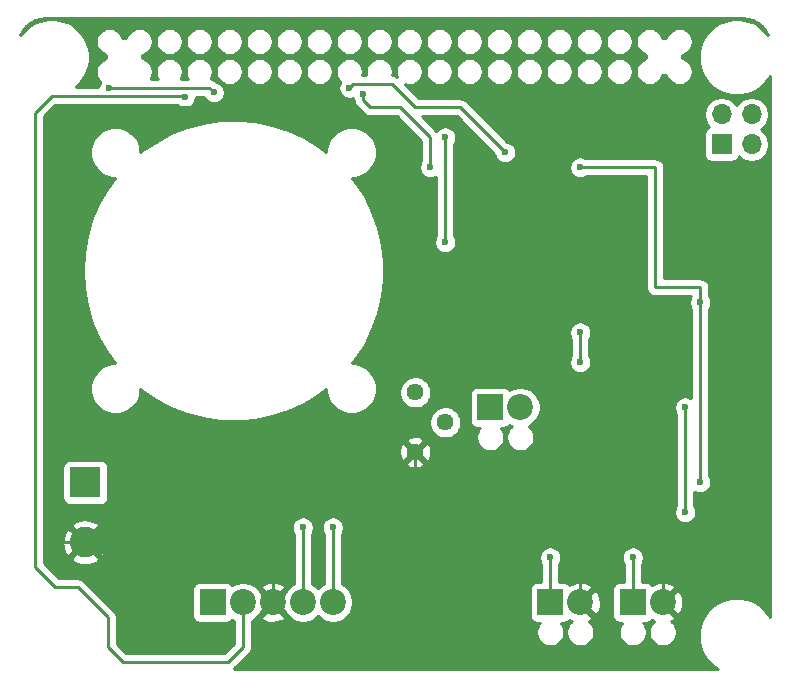
<source format=gbr>
G04 #@! TF.GenerationSoftware,KiCad,Pcbnew,(5.1.10-1-10_14)*
G04 #@! TF.CreationDate,2022-04-10T19:47:37-06:00*
G04 #@! TF.ProjectId,RPiG3iMac,52506947-3369-44d6-9163-2e6b69636164,1.2*
G04 #@! TF.SameCoordinates,Original*
G04 #@! TF.FileFunction,Copper,L2,Bot*
G04 #@! TF.FilePolarity,Positive*
%FSLAX46Y46*%
G04 Gerber Fmt 4.6, Leading zero omitted, Abs format (unit mm)*
G04 Created by KiCad (PCBNEW (5.1.10-1-10_14)) date 2022-04-10 19:47:37*
%MOMM*%
%LPD*%
G01*
G04 APERTURE LIST*
G04 #@! TA.AperFunction,ComponentPad*
%ADD10R,2.200000X2.200000*%
G04 #@! TD*
G04 #@! TA.AperFunction,ComponentPad*
%ADD11C,2.200000*%
G04 #@! TD*
G04 #@! TA.AperFunction,ComponentPad*
%ADD12R,2.600000X2.600000*%
G04 #@! TD*
G04 #@! TA.AperFunction,ComponentPad*
%ADD13C,2.600000*%
G04 #@! TD*
G04 #@! TA.AperFunction,ComponentPad*
%ADD14R,1.700000X1.700000*%
G04 #@! TD*
G04 #@! TA.AperFunction,ComponentPad*
%ADD15O,1.700000X1.700000*%
G04 #@! TD*
G04 #@! TA.AperFunction,ComponentPad*
%ADD16C,1.440000*%
G04 #@! TD*
G04 #@! TA.AperFunction,ViaPad*
%ADD17C,0.600000*%
G04 #@! TD*
G04 #@! TA.AperFunction,Conductor*
%ADD18C,0.250000*%
G04 #@! TD*
G04 #@! TA.AperFunction,Conductor*
%ADD19C,2.000000*%
G04 #@! TD*
G04 #@! TA.AperFunction,Conductor*
%ADD20C,0.254000*%
G04 #@! TD*
G04 #@! TA.AperFunction,Conductor*
%ADD21C,0.100000*%
G04 #@! TD*
G04 APERTURE END LIST*
D10*
X152400000Y-99060000D03*
D11*
X154940000Y-99060000D03*
D12*
X118110000Y-105410000D03*
D13*
X118110000Y-110490000D03*
D14*
X171980000Y-76790000D03*
D15*
X171980000Y-74250000D03*
X174520000Y-76790000D03*
X174520000Y-74250000D03*
D16*
X146050000Y-97790000D03*
X148590000Y-100330000D03*
X146050000Y-102870000D03*
D10*
X128905000Y-115570000D03*
D11*
X131445000Y-115570000D03*
X133985000Y-115570000D03*
X136525000Y-115570000D03*
X139065000Y-115570000D03*
D10*
X157480000Y-115570000D03*
D11*
X160020000Y-115570000D03*
X167005000Y-115570000D03*
D10*
X164465000Y-115570000D03*
D17*
X120650000Y-109220000D03*
X121920000Y-109220000D03*
X123190000Y-109220000D03*
X123190000Y-110490000D03*
X121920000Y-110490000D03*
X120650000Y-110490000D03*
X120650000Y-111760000D03*
X121920000Y-111760000D03*
X123190000Y-111760000D03*
X153670000Y-88900000D03*
X156210000Y-88900000D03*
X156210000Y-86360000D03*
X153670000Y-86360000D03*
X153670000Y-84100000D03*
X156210000Y-84100000D03*
X158750000Y-86360000D03*
X158750000Y-88900000D03*
X156210000Y-91100000D03*
X153670000Y-91100000D03*
X151130000Y-88900000D03*
X151130000Y-86360000D03*
X151130000Y-91100000D03*
X151130000Y-84100000D03*
X158750000Y-84100000D03*
X158750000Y-91100000D03*
X173990000Y-102870000D03*
X173990000Y-105410000D03*
X173990000Y-107950000D03*
X167640000Y-90170000D03*
X167640000Y-92710000D03*
X167640000Y-95250000D03*
X167640000Y-97790000D03*
X167640000Y-100330000D03*
X152400000Y-107950000D03*
X151130000Y-107950000D03*
X151130000Y-109220000D03*
X125230000Y-66500000D03*
X130310000Y-72000000D03*
X135390000Y-66500000D03*
X143010000Y-66500000D03*
X155710000Y-66500000D03*
X168410000Y-72000000D03*
X160790000Y-66500000D03*
X150630000Y-72000000D03*
X152400000Y-109220000D03*
X140970000Y-107950000D03*
X135890000Y-107950000D03*
X157480000Y-111760000D03*
X140470000Y-72000000D03*
X120150000Y-72000000D03*
X153670000Y-77470000D03*
X128994998Y-72390000D03*
X168910000Y-99060000D03*
X168910000Y-107950000D03*
X164465000Y-111760000D03*
X126535002Y-72793130D03*
X170180000Y-90170000D03*
X170180000Y-105410000D03*
X141600002Y-72492027D03*
X147320000Y-78740000D03*
X160020000Y-78740000D03*
X148590000Y-85090000D03*
X148590000Y-76200000D03*
X160020000Y-92710000D03*
X160020000Y-95250000D03*
X139065000Y-109220000D03*
X136525000Y-109220000D03*
D18*
X173990000Y-102870000D02*
X173990000Y-105410000D01*
X173990000Y-107950000D02*
X173990000Y-105410000D01*
X167640000Y-90170000D02*
X167640000Y-92710000D01*
X167640000Y-95250000D02*
X167640000Y-92710000D01*
X167640000Y-97790000D02*
X167640000Y-95250000D01*
X167640000Y-100330000D02*
X167640000Y-97790000D01*
X151130000Y-91100000D02*
X153670000Y-91100000D01*
X153670000Y-91100000D02*
X156210000Y-91100000D01*
X156210000Y-91100000D02*
X158750000Y-91100000D01*
X158750000Y-84100000D02*
X158750000Y-91100000D01*
X156210000Y-91100000D02*
X156210000Y-84100000D01*
X153670000Y-84100000D02*
X153670000Y-91100000D01*
X151130000Y-91100000D02*
X151130000Y-84100000D01*
X151130000Y-86360000D02*
X158750000Y-86360000D01*
X158750000Y-86360000D02*
X158750000Y-88900000D01*
X151130000Y-88900000D02*
X158750000Y-88900000D01*
X173990000Y-110490000D02*
X173990000Y-107950000D01*
X173990000Y-107950000D02*
X173990000Y-102870000D01*
X167640000Y-101600000D02*
X167640000Y-100330000D01*
X167300000Y-91100000D02*
X167640000Y-91440000D01*
X158750000Y-91100000D02*
X167300000Y-91100000D01*
X167640000Y-91440000D02*
X167640000Y-90170000D01*
X167640000Y-100330000D02*
X167640000Y-91440000D01*
X167640000Y-101600000D02*
X167640000Y-110490000D01*
X151130000Y-72390000D02*
X155220000Y-76480000D01*
X155220000Y-76480000D02*
X155220000Y-84100000D01*
X155220000Y-84100000D02*
X158750000Y-84100000D01*
X151130000Y-84100000D02*
X155220000Y-84100000D01*
X135390000Y-66500000D02*
X160790000Y-66500000D01*
X125230000Y-66500000D02*
X135390000Y-66500000D01*
X130420000Y-72000000D02*
X130310000Y-72000000D01*
X160790000Y-66500000D02*
X168023802Y-66500000D01*
X150630000Y-72000000D02*
X168410000Y-72000000D01*
X151020000Y-72390000D02*
X151130000Y-72390000D01*
X150630000Y-72000000D02*
X151020000Y-72390000D01*
X168410000Y-72000000D02*
X169790000Y-72000000D01*
X169790000Y-72000000D02*
X169790000Y-66430000D01*
X169720000Y-66500000D02*
X160790000Y-66500000D01*
X169790000Y-66430000D02*
X169720000Y-66500000D01*
X152400000Y-109220000D02*
X152400000Y-110490000D01*
X152400000Y-110490000D02*
X154940000Y-110490000D01*
D19*
X123190000Y-109220000D02*
X123190000Y-111704990D01*
X120650000Y-109220000D02*
X120650000Y-111704990D01*
X118110000Y-110490000D02*
X121920000Y-110490000D01*
X121920000Y-110490000D02*
X121920000Y-111704990D01*
X121920000Y-111704990D02*
X120650000Y-111704990D01*
D18*
X132715000Y-111760000D02*
X133985000Y-113030000D01*
X123190000Y-111760000D02*
X132715000Y-111760000D01*
X160020000Y-110490000D02*
X166370000Y-110490000D01*
X154940000Y-110490000D02*
X160020000Y-110490000D01*
X147955000Y-110490000D02*
X152400000Y-110490000D01*
X147320000Y-110490000D02*
X147955000Y-110490000D01*
X147320000Y-107950000D02*
X147320000Y-110490000D01*
X135255000Y-107950000D02*
X147320000Y-107950000D01*
X132715000Y-110490000D02*
X135255000Y-107950000D01*
X123190000Y-110490000D02*
X132715000Y-110490000D01*
X116205000Y-110490000D02*
X118110000Y-110490000D01*
X115570000Y-74930000D02*
X115570000Y-109855000D01*
X116840000Y-73660000D02*
X115570000Y-74930000D01*
X129540000Y-73660000D02*
X116840000Y-73660000D01*
X130310000Y-72890000D02*
X129540000Y-73660000D01*
X115570000Y-109855000D02*
X116205000Y-110490000D01*
X130310000Y-72000000D02*
X130310000Y-72890000D01*
X133985000Y-113030000D02*
X133985000Y-115570000D01*
X167005000Y-110490000D02*
X173990000Y-110490000D01*
X167005000Y-115570000D02*
X167005000Y-110490000D01*
X166370000Y-110490000D02*
X167005000Y-110490000D01*
X160020000Y-115570000D02*
X160020000Y-110490000D01*
X146050000Y-102870000D02*
X146050000Y-107950000D01*
X157480000Y-111760000D02*
X157480000Y-115570000D01*
X144090001Y-71700001D02*
X146050000Y-73660000D01*
X140769999Y-71700001D02*
X144090001Y-71700001D01*
X140470000Y-72000000D02*
X140769999Y-71700001D01*
X140470000Y-71890000D02*
X140470000Y-72000000D01*
X120150000Y-72000000D02*
X122503802Y-72000000D01*
X149860000Y-73660000D02*
X153670000Y-77470000D01*
X146050000Y-73660000D02*
X149860000Y-73660000D01*
X128604998Y-72000000D02*
X128994998Y-72390000D01*
X128515000Y-72000000D02*
X128604998Y-72000000D01*
X122503802Y-72000000D02*
X128515000Y-72000000D01*
X168910000Y-99060000D02*
X168910000Y-107950000D01*
X164465000Y-115570000D02*
X164465000Y-111760000D01*
X126329999Y-72689999D02*
X121620001Y-72689999D01*
X126431871Y-72689999D02*
X126535002Y-72793130D01*
X121620001Y-72689999D02*
X126431871Y-72689999D01*
X131445000Y-119380000D02*
X131445000Y-116840000D01*
X130175000Y-120650000D02*
X131445000Y-119380000D01*
X120015000Y-119380000D02*
X121285000Y-120650000D01*
X120015000Y-116840000D02*
X120015000Y-119380000D01*
X117475000Y-114300000D02*
X120015000Y-116840000D01*
X115570000Y-114300000D02*
X117475000Y-114300000D01*
X113849991Y-112579991D02*
X115570000Y-114300000D01*
X113849991Y-74110009D02*
X113849991Y-112579991D01*
X121285000Y-120650000D02*
X130175000Y-120650000D01*
X115270001Y-72689999D02*
X113849991Y-74110009D01*
X121620001Y-72689999D02*
X115270001Y-72689999D01*
X131445000Y-116840000D02*
X131445000Y-115570000D01*
X170180000Y-90170000D02*
X170180000Y-105410000D01*
X141600002Y-72492027D02*
X141600002Y-73020002D01*
X170180000Y-88900000D02*
X170180000Y-90170000D01*
X166370000Y-88900000D02*
X170180000Y-88900000D01*
X141600002Y-73020002D02*
X142240000Y-73660000D01*
X142240000Y-73660000D02*
X144780000Y-73660000D01*
X144780000Y-73660000D02*
X146050000Y-74930000D01*
X146050000Y-74930000D02*
X147320000Y-76200000D01*
X147320000Y-76200000D02*
X147320000Y-77470000D01*
X147320000Y-77470000D02*
X147320000Y-78740000D01*
X166370000Y-78740000D02*
X166370000Y-88900000D01*
X166370000Y-78740000D02*
X160020000Y-78740000D01*
X148590000Y-85090000D02*
X148590000Y-76200000D01*
X160020000Y-92710000D02*
X160020000Y-95250000D01*
X139065000Y-109220000D02*
X139065000Y-115570000D01*
X136525000Y-109220000D02*
X136525000Y-115570000D01*
D20*
X174209016Y-66137312D02*
X174640930Y-66267714D01*
X175039285Y-66479524D01*
X175388914Y-66764675D01*
X175676497Y-67112303D01*
X175891086Y-67509177D01*
X175905547Y-67555894D01*
X175766575Y-67347907D01*
X175317093Y-66898425D01*
X174788558Y-66545270D01*
X174201281Y-66302012D01*
X173577832Y-66178000D01*
X172942168Y-66178000D01*
X172318719Y-66302012D01*
X171731442Y-66545270D01*
X171202907Y-66898425D01*
X170753425Y-67347907D01*
X170400270Y-67876442D01*
X170157012Y-68463719D01*
X170033000Y-69087168D01*
X170033000Y-69722832D01*
X170157012Y-70346281D01*
X170400270Y-70933558D01*
X170753425Y-71462093D01*
X171202907Y-71911575D01*
X171731442Y-72264730D01*
X172318719Y-72507988D01*
X172942168Y-72632000D01*
X173577832Y-72632000D01*
X174201281Y-72507988D01*
X174788558Y-72264730D01*
X175317093Y-71911575D01*
X175766575Y-71462093D01*
X176075000Y-71000501D01*
X176075001Y-116809500D01*
X175766575Y-116347907D01*
X175317093Y-115898425D01*
X174788558Y-115545270D01*
X174201281Y-115302012D01*
X173577832Y-115178000D01*
X172942168Y-115178000D01*
X172318719Y-115302012D01*
X171731442Y-115545270D01*
X171202907Y-115898425D01*
X170753425Y-116347907D01*
X170400270Y-116876442D01*
X170157012Y-117463719D01*
X170033000Y-118087168D01*
X170033000Y-118722832D01*
X170157012Y-119346281D01*
X170400270Y-119933558D01*
X170753425Y-120462093D01*
X171202907Y-120911575D01*
X171664499Y-121220000D01*
X130678447Y-121220000D01*
X130715001Y-121190001D01*
X130738804Y-121160997D01*
X131956004Y-119943798D01*
X131985001Y-119920001D01*
X132079974Y-119804276D01*
X132150546Y-119672247D01*
X132194003Y-119528986D01*
X132205000Y-119417333D01*
X132205000Y-119417324D01*
X132208676Y-119380001D01*
X132205000Y-119342678D01*
X132205000Y-117133148D01*
X132266831Y-117107537D01*
X132550998Y-116917663D01*
X132691949Y-116776712D01*
X132957893Y-116776712D01*
X133065726Y-117051338D01*
X133372384Y-117202216D01*
X133702585Y-117290369D01*
X134043639Y-117312409D01*
X134382439Y-117267489D01*
X134705966Y-117157336D01*
X134904274Y-117051338D01*
X135012107Y-116776712D01*
X133985000Y-115749605D01*
X132957893Y-116776712D01*
X132691949Y-116776712D01*
X132792663Y-116675998D01*
X132980469Y-116394926D01*
X133805395Y-115570000D01*
X134164605Y-115570000D01*
X134989531Y-116394926D01*
X135177337Y-116675998D01*
X135419002Y-116917663D01*
X135703169Y-117107537D01*
X136018919Y-117238325D01*
X136354117Y-117305000D01*
X136695883Y-117305000D01*
X137031081Y-117238325D01*
X137346831Y-117107537D01*
X137630998Y-116917663D01*
X137795000Y-116753661D01*
X137959002Y-116917663D01*
X138243169Y-117107537D01*
X138558919Y-117238325D01*
X138894117Y-117305000D01*
X139235883Y-117305000D01*
X139571081Y-117238325D01*
X139886831Y-117107537D01*
X140170998Y-116917663D01*
X140412663Y-116675998D01*
X140602537Y-116391831D01*
X140733325Y-116076081D01*
X140800000Y-115740883D01*
X140800000Y-115399117D01*
X140733325Y-115063919D01*
X140602537Y-114748169D01*
X140416671Y-114470000D01*
X155741928Y-114470000D01*
X155741928Y-116670000D01*
X155754188Y-116794482D01*
X155790498Y-116914180D01*
X155849463Y-117024494D01*
X155928815Y-117121185D01*
X156025506Y-117200537D01*
X156135820Y-117259502D01*
X156255518Y-117295812D01*
X156380000Y-117308072D01*
X156606084Y-117308072D01*
X156559550Y-117354606D01*
X156429866Y-117548692D01*
X156340539Y-117764348D01*
X156295000Y-117993288D01*
X156295000Y-118226712D01*
X156340539Y-118455652D01*
X156429866Y-118671308D01*
X156559550Y-118865394D01*
X156724606Y-119030450D01*
X156918692Y-119160134D01*
X157134348Y-119249461D01*
X157363288Y-119295000D01*
X157596712Y-119295000D01*
X157825652Y-119249461D01*
X158041308Y-119160134D01*
X158235394Y-119030450D01*
X158400450Y-118865394D01*
X158530134Y-118671308D01*
X158619461Y-118455652D01*
X158665000Y-118226712D01*
X158665000Y-117993288D01*
X158619461Y-117764348D01*
X158530134Y-117548692D01*
X158400450Y-117354606D01*
X158353916Y-117308072D01*
X158580000Y-117308072D01*
X158704482Y-117295812D01*
X158824180Y-117259502D01*
X158934494Y-117200537D01*
X159031185Y-117121185D01*
X159096772Y-117041267D01*
X159100726Y-117051338D01*
X159314238Y-117156387D01*
X159264606Y-117189550D01*
X159099550Y-117354606D01*
X158969866Y-117548692D01*
X158880539Y-117764348D01*
X158835000Y-117993288D01*
X158835000Y-118226712D01*
X158880539Y-118455652D01*
X158969866Y-118671308D01*
X159099550Y-118865394D01*
X159264606Y-119030450D01*
X159458692Y-119160134D01*
X159674348Y-119249461D01*
X159903288Y-119295000D01*
X160136712Y-119295000D01*
X160365652Y-119249461D01*
X160581308Y-119160134D01*
X160775394Y-119030450D01*
X160940450Y-118865394D01*
X161070134Y-118671308D01*
X161159461Y-118455652D01*
X161205000Y-118226712D01*
X161205000Y-117993288D01*
X161159461Y-117764348D01*
X161070134Y-117548692D01*
X160940450Y-117354606D01*
X160775394Y-117189550D01*
X160731835Y-117160445D01*
X160740966Y-117157336D01*
X160939274Y-117051338D01*
X161047107Y-116776712D01*
X160020000Y-115749605D01*
X160005858Y-115763748D01*
X159826253Y-115584143D01*
X159840395Y-115570000D01*
X160199605Y-115570000D01*
X161226712Y-116597107D01*
X161501338Y-116489274D01*
X161652216Y-116182616D01*
X161740369Y-115852415D01*
X161762409Y-115511361D01*
X161717489Y-115172561D01*
X161607336Y-114849034D01*
X161501338Y-114650726D01*
X161226712Y-114542893D01*
X160199605Y-115570000D01*
X159840395Y-115570000D01*
X159826253Y-115555858D01*
X160005858Y-115376253D01*
X160020000Y-115390395D01*
X160940395Y-114470000D01*
X162726928Y-114470000D01*
X162726928Y-116670000D01*
X162739188Y-116794482D01*
X162775498Y-116914180D01*
X162834463Y-117024494D01*
X162913815Y-117121185D01*
X163010506Y-117200537D01*
X163120820Y-117259502D01*
X163240518Y-117295812D01*
X163365000Y-117308072D01*
X163591084Y-117308072D01*
X163544550Y-117354606D01*
X163414866Y-117548692D01*
X163325539Y-117764348D01*
X163280000Y-117993288D01*
X163280000Y-118226712D01*
X163325539Y-118455652D01*
X163414866Y-118671308D01*
X163544550Y-118865394D01*
X163709606Y-119030450D01*
X163903692Y-119160134D01*
X164119348Y-119249461D01*
X164348288Y-119295000D01*
X164581712Y-119295000D01*
X164810652Y-119249461D01*
X165026308Y-119160134D01*
X165220394Y-119030450D01*
X165385450Y-118865394D01*
X165515134Y-118671308D01*
X165604461Y-118455652D01*
X165650000Y-118226712D01*
X165650000Y-117993288D01*
X165604461Y-117764348D01*
X165515134Y-117548692D01*
X165385450Y-117354606D01*
X165338916Y-117308072D01*
X165565000Y-117308072D01*
X165689482Y-117295812D01*
X165809180Y-117259502D01*
X165919494Y-117200537D01*
X166016185Y-117121185D01*
X166081772Y-117041267D01*
X166085726Y-117051338D01*
X166299238Y-117156387D01*
X166249606Y-117189550D01*
X166084550Y-117354606D01*
X165954866Y-117548692D01*
X165865539Y-117764348D01*
X165820000Y-117993288D01*
X165820000Y-118226712D01*
X165865539Y-118455652D01*
X165954866Y-118671308D01*
X166084550Y-118865394D01*
X166249606Y-119030450D01*
X166443692Y-119160134D01*
X166659348Y-119249461D01*
X166888288Y-119295000D01*
X167121712Y-119295000D01*
X167350652Y-119249461D01*
X167566308Y-119160134D01*
X167760394Y-119030450D01*
X167925450Y-118865394D01*
X168055134Y-118671308D01*
X168144461Y-118455652D01*
X168190000Y-118226712D01*
X168190000Y-117993288D01*
X168144461Y-117764348D01*
X168055134Y-117548692D01*
X167925450Y-117354606D01*
X167760394Y-117189550D01*
X167716835Y-117160445D01*
X167725966Y-117157336D01*
X167924274Y-117051338D01*
X168032107Y-116776712D01*
X167005000Y-115749605D01*
X166990858Y-115763748D01*
X166811253Y-115584143D01*
X166825395Y-115570000D01*
X167184605Y-115570000D01*
X168211712Y-116597107D01*
X168486338Y-116489274D01*
X168637216Y-116182616D01*
X168725369Y-115852415D01*
X168747409Y-115511361D01*
X168702489Y-115172561D01*
X168592336Y-114849034D01*
X168486338Y-114650726D01*
X168211712Y-114542893D01*
X167184605Y-115570000D01*
X166825395Y-115570000D01*
X166811253Y-115555858D01*
X166990858Y-115376253D01*
X167005000Y-115390395D01*
X168032107Y-114363288D01*
X167924274Y-114088662D01*
X167617616Y-113937784D01*
X167287415Y-113849631D01*
X166946361Y-113827591D01*
X166607561Y-113872511D01*
X166284034Y-113982664D01*
X166085726Y-114088662D01*
X166081772Y-114098733D01*
X166016185Y-114018815D01*
X165919494Y-113939463D01*
X165809180Y-113880498D01*
X165689482Y-113844188D01*
X165565000Y-113831928D01*
X165225000Y-113831928D01*
X165225000Y-112305535D01*
X165293586Y-112202889D01*
X165364068Y-112032729D01*
X165400000Y-111852089D01*
X165400000Y-111667911D01*
X165364068Y-111487271D01*
X165293586Y-111317111D01*
X165191262Y-111163972D01*
X165061028Y-111033738D01*
X164907889Y-110931414D01*
X164737729Y-110860932D01*
X164557089Y-110825000D01*
X164372911Y-110825000D01*
X164192271Y-110860932D01*
X164022111Y-110931414D01*
X163868972Y-111033738D01*
X163738738Y-111163972D01*
X163636414Y-111317111D01*
X163565932Y-111487271D01*
X163530000Y-111667911D01*
X163530000Y-111852089D01*
X163565932Y-112032729D01*
X163636414Y-112202889D01*
X163705001Y-112305537D01*
X163705000Y-113831928D01*
X163365000Y-113831928D01*
X163240518Y-113844188D01*
X163120820Y-113880498D01*
X163010506Y-113939463D01*
X162913815Y-114018815D01*
X162834463Y-114115506D01*
X162775498Y-114225820D01*
X162739188Y-114345518D01*
X162726928Y-114470000D01*
X160940395Y-114470000D01*
X161047107Y-114363288D01*
X160939274Y-114088662D01*
X160632616Y-113937784D01*
X160302415Y-113849631D01*
X159961361Y-113827591D01*
X159622561Y-113872511D01*
X159299034Y-113982664D01*
X159100726Y-114088662D01*
X159096772Y-114098733D01*
X159031185Y-114018815D01*
X158934494Y-113939463D01*
X158824180Y-113880498D01*
X158704482Y-113844188D01*
X158580000Y-113831928D01*
X158240000Y-113831928D01*
X158240000Y-112305535D01*
X158308586Y-112202889D01*
X158379068Y-112032729D01*
X158415000Y-111852089D01*
X158415000Y-111667911D01*
X158379068Y-111487271D01*
X158308586Y-111317111D01*
X158206262Y-111163972D01*
X158076028Y-111033738D01*
X157922889Y-110931414D01*
X157752729Y-110860932D01*
X157572089Y-110825000D01*
X157387911Y-110825000D01*
X157207271Y-110860932D01*
X157037111Y-110931414D01*
X156883972Y-111033738D01*
X156753738Y-111163972D01*
X156651414Y-111317111D01*
X156580932Y-111487271D01*
X156545000Y-111667911D01*
X156545000Y-111852089D01*
X156580932Y-112032729D01*
X156651414Y-112202889D01*
X156720000Y-112305536D01*
X156720001Y-113831928D01*
X156380000Y-113831928D01*
X156255518Y-113844188D01*
X156135820Y-113880498D01*
X156025506Y-113939463D01*
X155928815Y-114018815D01*
X155849463Y-114115506D01*
X155790498Y-114225820D01*
X155754188Y-114345518D01*
X155741928Y-114470000D01*
X140416671Y-114470000D01*
X140412663Y-114464002D01*
X140170998Y-114222337D01*
X139886831Y-114032463D01*
X139825000Y-114006852D01*
X139825000Y-109765535D01*
X139893586Y-109662889D01*
X139964068Y-109492729D01*
X140000000Y-109312089D01*
X140000000Y-109127911D01*
X139964068Y-108947271D01*
X139893586Y-108777111D01*
X139791262Y-108623972D01*
X139661028Y-108493738D01*
X139507889Y-108391414D01*
X139337729Y-108320932D01*
X139157089Y-108285000D01*
X138972911Y-108285000D01*
X138792271Y-108320932D01*
X138622111Y-108391414D01*
X138468972Y-108493738D01*
X138338738Y-108623972D01*
X138236414Y-108777111D01*
X138165932Y-108947271D01*
X138130000Y-109127911D01*
X138130000Y-109312089D01*
X138165932Y-109492729D01*
X138236414Y-109662889D01*
X138305000Y-109765536D01*
X138305001Y-114006851D01*
X138243169Y-114032463D01*
X137959002Y-114222337D01*
X137795000Y-114386339D01*
X137630998Y-114222337D01*
X137346831Y-114032463D01*
X137285000Y-114006852D01*
X137285000Y-109765535D01*
X137353586Y-109662889D01*
X137424068Y-109492729D01*
X137460000Y-109312089D01*
X137460000Y-109127911D01*
X137424068Y-108947271D01*
X137353586Y-108777111D01*
X137251262Y-108623972D01*
X137121028Y-108493738D01*
X136967889Y-108391414D01*
X136797729Y-108320932D01*
X136617089Y-108285000D01*
X136432911Y-108285000D01*
X136252271Y-108320932D01*
X136082111Y-108391414D01*
X135928972Y-108493738D01*
X135798738Y-108623972D01*
X135696414Y-108777111D01*
X135625932Y-108947271D01*
X135590000Y-109127911D01*
X135590000Y-109312089D01*
X135625932Y-109492729D01*
X135696414Y-109662889D01*
X135765000Y-109765536D01*
X135765001Y-114006851D01*
X135703169Y-114032463D01*
X135419002Y-114222337D01*
X135177337Y-114464002D01*
X134989531Y-114745074D01*
X134164605Y-115570000D01*
X133805395Y-115570000D01*
X132980469Y-114745074D01*
X132792663Y-114464002D01*
X132691949Y-114363288D01*
X132957893Y-114363288D01*
X133985000Y-115390395D01*
X135012107Y-114363288D01*
X134904274Y-114088662D01*
X134597616Y-113937784D01*
X134267415Y-113849631D01*
X133926361Y-113827591D01*
X133587561Y-113872511D01*
X133264034Y-113982664D01*
X133065726Y-114088662D01*
X132957893Y-114363288D01*
X132691949Y-114363288D01*
X132550998Y-114222337D01*
X132266831Y-114032463D01*
X131951081Y-113901675D01*
X131615883Y-113835000D01*
X131274117Y-113835000D01*
X130938919Y-113901675D01*
X130623169Y-114032463D01*
X130522557Y-114099690D01*
X130456185Y-114018815D01*
X130359494Y-113939463D01*
X130249180Y-113880498D01*
X130129482Y-113844188D01*
X130005000Y-113831928D01*
X127805000Y-113831928D01*
X127680518Y-113844188D01*
X127560820Y-113880498D01*
X127450506Y-113939463D01*
X127353815Y-114018815D01*
X127274463Y-114115506D01*
X127215498Y-114225820D01*
X127179188Y-114345518D01*
X127166928Y-114470000D01*
X127166928Y-116670000D01*
X127179188Y-116794482D01*
X127215498Y-116914180D01*
X127274463Y-117024494D01*
X127353815Y-117121185D01*
X127450506Y-117200537D01*
X127560820Y-117259502D01*
X127680518Y-117295812D01*
X127805000Y-117308072D01*
X130005000Y-117308072D01*
X130129482Y-117295812D01*
X130249180Y-117259502D01*
X130359494Y-117200537D01*
X130456185Y-117121185D01*
X130522557Y-117040310D01*
X130623169Y-117107537D01*
X130685001Y-117133149D01*
X130685000Y-119065198D01*
X129860199Y-119890000D01*
X121599802Y-119890000D01*
X120775000Y-119065199D01*
X120775000Y-116877322D01*
X120778676Y-116839999D01*
X120775000Y-116802676D01*
X120775000Y-116802667D01*
X120764003Y-116691014D01*
X120720546Y-116547753D01*
X120649974Y-116415724D01*
X120630366Y-116391831D01*
X120578799Y-116328996D01*
X120578795Y-116328992D01*
X120555001Y-116299999D01*
X120526009Y-116276206D01*
X118038804Y-113789003D01*
X118015001Y-113759999D01*
X117899276Y-113665026D01*
X117767247Y-113594454D01*
X117623986Y-113550997D01*
X117512333Y-113540000D01*
X117512322Y-113540000D01*
X117475000Y-113536324D01*
X117437678Y-113540000D01*
X115884802Y-113540000D01*
X114609991Y-112265190D01*
X114609991Y-111839224D01*
X116940381Y-111839224D01*
X117072317Y-112134312D01*
X117413045Y-112305159D01*
X117780557Y-112406250D01*
X118160729Y-112433701D01*
X118538951Y-112386457D01*
X118900690Y-112266333D01*
X119147683Y-112134312D01*
X119279619Y-111839224D01*
X118110000Y-110669605D01*
X116940381Y-111839224D01*
X114609991Y-111839224D01*
X114609991Y-110540729D01*
X116166299Y-110540729D01*
X116213543Y-110918951D01*
X116333667Y-111280690D01*
X116465688Y-111527683D01*
X116760776Y-111659619D01*
X117930395Y-110490000D01*
X118289605Y-110490000D01*
X119459224Y-111659619D01*
X119754312Y-111527683D01*
X119925159Y-111186955D01*
X120026250Y-110819443D01*
X120053701Y-110439271D01*
X120006457Y-110061049D01*
X119886333Y-109699310D01*
X119754312Y-109452317D01*
X119459224Y-109320381D01*
X118289605Y-110490000D01*
X117930395Y-110490000D01*
X116760776Y-109320381D01*
X116465688Y-109452317D01*
X116294841Y-109793045D01*
X116193750Y-110160557D01*
X116166299Y-110540729D01*
X114609991Y-110540729D01*
X114609991Y-109140776D01*
X116940381Y-109140776D01*
X118110000Y-110310395D01*
X119279619Y-109140776D01*
X119147683Y-108845688D01*
X118806955Y-108674841D01*
X118439443Y-108573750D01*
X118059271Y-108546299D01*
X117681049Y-108593543D01*
X117319310Y-108713667D01*
X117072317Y-108845688D01*
X116940381Y-109140776D01*
X114609991Y-109140776D01*
X114609991Y-104110000D01*
X116171928Y-104110000D01*
X116171928Y-106710000D01*
X116184188Y-106834482D01*
X116220498Y-106954180D01*
X116279463Y-107064494D01*
X116358815Y-107161185D01*
X116455506Y-107240537D01*
X116565820Y-107299502D01*
X116685518Y-107335812D01*
X116810000Y-107348072D01*
X119410000Y-107348072D01*
X119534482Y-107335812D01*
X119654180Y-107299502D01*
X119764494Y-107240537D01*
X119861185Y-107161185D01*
X119940537Y-107064494D01*
X119999502Y-106954180D01*
X120035812Y-106834482D01*
X120048072Y-106710000D01*
X120048072Y-104110000D01*
X120035812Y-103985518D01*
X119999502Y-103865820D01*
X119967292Y-103805560D01*
X145294045Y-103805560D01*
X145355932Y-104041368D01*
X145597790Y-104154266D01*
X145857027Y-104217811D01*
X146123680Y-104229561D01*
X146387501Y-104189063D01*
X146638353Y-104097875D01*
X146744068Y-104041368D01*
X146805955Y-103805560D01*
X146050000Y-103049605D01*
X145294045Y-103805560D01*
X119967292Y-103805560D01*
X119940537Y-103755506D01*
X119861185Y-103658815D01*
X119764494Y-103579463D01*
X119654180Y-103520498D01*
X119534482Y-103484188D01*
X119410000Y-103471928D01*
X116810000Y-103471928D01*
X116685518Y-103484188D01*
X116565820Y-103520498D01*
X116455506Y-103579463D01*
X116358815Y-103658815D01*
X116279463Y-103755506D01*
X116220498Y-103865820D01*
X116184188Y-103985518D01*
X116171928Y-104110000D01*
X114609991Y-104110000D01*
X114609991Y-102943680D01*
X144690439Y-102943680D01*
X144730937Y-103207501D01*
X144822125Y-103458353D01*
X144878632Y-103564068D01*
X145114440Y-103625955D01*
X145870395Y-102870000D01*
X146229605Y-102870000D01*
X146985560Y-103625955D01*
X147221368Y-103564068D01*
X147334266Y-103322210D01*
X147397811Y-103062973D01*
X147409561Y-102796320D01*
X147369063Y-102532499D01*
X147277875Y-102281647D01*
X147221368Y-102175932D01*
X146985560Y-102114045D01*
X146229605Y-102870000D01*
X145870395Y-102870000D01*
X145114440Y-102114045D01*
X144878632Y-102175932D01*
X144765734Y-102417790D01*
X144702189Y-102677027D01*
X144690439Y-102943680D01*
X114609991Y-102943680D01*
X114609991Y-101934440D01*
X145294045Y-101934440D01*
X146050000Y-102690395D01*
X146805955Y-101934440D01*
X146744068Y-101698632D01*
X146502210Y-101585734D01*
X146242973Y-101522189D01*
X145976320Y-101510439D01*
X145712499Y-101550937D01*
X145461647Y-101642125D01*
X145355932Y-101698632D01*
X145294045Y-101934440D01*
X114609991Y-101934440D01*
X114609991Y-87470000D01*
X117895000Y-87470000D01*
X117978140Y-88923960D01*
X118226478Y-90358966D01*
X118636775Y-91756310D01*
X119203683Y-93097775D01*
X119919811Y-94365874D01*
X120623923Y-95335000D01*
X120439721Y-95335000D01*
X120027244Y-95417047D01*
X119638698Y-95577988D01*
X119289017Y-95811637D01*
X118991637Y-96109017D01*
X118757988Y-96458698D01*
X118597047Y-96847244D01*
X118515000Y-97259721D01*
X118515000Y-97680279D01*
X118597047Y-98092756D01*
X118757988Y-98481302D01*
X118991637Y-98830983D01*
X119289017Y-99128363D01*
X119638698Y-99362012D01*
X120027244Y-99522953D01*
X120439721Y-99605000D01*
X120860279Y-99605000D01*
X121272756Y-99522953D01*
X121661302Y-99362012D01*
X122010983Y-99128363D01*
X122308363Y-98830983D01*
X122542012Y-98481302D01*
X122702953Y-98092756D01*
X122785000Y-97680279D01*
X122785000Y-97504697D01*
X122861186Y-97570713D01*
X124063350Y-98392732D01*
X125351382Y-99072356D01*
X126708488Y-99600726D01*
X128116979Y-99970953D01*
X129558491Y-100178211D01*
X131014232Y-100219798D01*
X131284973Y-100196544D01*
X147235000Y-100196544D01*
X147235000Y-100463456D01*
X147287072Y-100725239D01*
X147389215Y-100971833D01*
X147537503Y-101193762D01*
X147726238Y-101382497D01*
X147948167Y-101530785D01*
X148194761Y-101632928D01*
X148456544Y-101685000D01*
X148723456Y-101685000D01*
X148985239Y-101632928D01*
X149231833Y-101530785D01*
X149453762Y-101382497D01*
X149642497Y-101193762D01*
X149790785Y-100971833D01*
X149892928Y-100725239D01*
X149945000Y-100463456D01*
X149945000Y-100196544D01*
X149892928Y-99934761D01*
X149790785Y-99688167D01*
X149642497Y-99466238D01*
X149453762Y-99277503D01*
X149231833Y-99129215D01*
X148985239Y-99027072D01*
X148723456Y-98975000D01*
X148456544Y-98975000D01*
X148194761Y-99027072D01*
X147948167Y-99129215D01*
X147726238Y-99277503D01*
X147537503Y-99466238D01*
X147389215Y-99688167D01*
X147287072Y-99934761D01*
X147235000Y-100196544D01*
X131284973Y-100196544D01*
X132465226Y-100095172D01*
X133892555Y-99805958D01*
X135277612Y-99355926D01*
X136602342Y-98750942D01*
X137849473Y-97998894D01*
X138515000Y-97485696D01*
X138515000Y-97680279D01*
X138597047Y-98092756D01*
X138757988Y-98481302D01*
X138991637Y-98830983D01*
X139289017Y-99128363D01*
X139638698Y-99362012D01*
X140027244Y-99522953D01*
X140439721Y-99605000D01*
X140860279Y-99605000D01*
X141272756Y-99522953D01*
X141661302Y-99362012D01*
X142010983Y-99128363D01*
X142308363Y-98830983D01*
X142542012Y-98481302D01*
X142702953Y-98092756D01*
X142785000Y-97680279D01*
X142785000Y-97656544D01*
X144695000Y-97656544D01*
X144695000Y-97923456D01*
X144747072Y-98185239D01*
X144849215Y-98431833D01*
X144997503Y-98653762D01*
X145186238Y-98842497D01*
X145408167Y-98990785D01*
X145654761Y-99092928D01*
X145916544Y-99145000D01*
X146183456Y-99145000D01*
X146445239Y-99092928D01*
X146691833Y-98990785D01*
X146913762Y-98842497D01*
X147102497Y-98653762D01*
X147250785Y-98431833D01*
X147352928Y-98185239D01*
X147397730Y-97960000D01*
X150661928Y-97960000D01*
X150661928Y-100160000D01*
X150674188Y-100284482D01*
X150710498Y-100404180D01*
X150769463Y-100514494D01*
X150848815Y-100611185D01*
X150945506Y-100690537D01*
X151055820Y-100749502D01*
X151175518Y-100785812D01*
X151300000Y-100798072D01*
X151526084Y-100798072D01*
X151479550Y-100844606D01*
X151349866Y-101038692D01*
X151260539Y-101254348D01*
X151215000Y-101483288D01*
X151215000Y-101716712D01*
X151260539Y-101945652D01*
X151349866Y-102161308D01*
X151479550Y-102355394D01*
X151644606Y-102520450D01*
X151838692Y-102650134D01*
X152054348Y-102739461D01*
X152283288Y-102785000D01*
X152516712Y-102785000D01*
X152745652Y-102739461D01*
X152961308Y-102650134D01*
X153155394Y-102520450D01*
X153320450Y-102355394D01*
X153450134Y-102161308D01*
X153539461Y-101945652D01*
X153585000Y-101716712D01*
X153585000Y-101483288D01*
X153539461Y-101254348D01*
X153450134Y-101038692D01*
X153320450Y-100844606D01*
X153273916Y-100798072D01*
X153500000Y-100798072D01*
X153624482Y-100785812D01*
X153744180Y-100749502D01*
X153854494Y-100690537D01*
X153951185Y-100611185D01*
X154017557Y-100530310D01*
X154118169Y-100597537D01*
X154234952Y-100645910D01*
X154184606Y-100679550D01*
X154019550Y-100844606D01*
X153889866Y-101038692D01*
X153800539Y-101254348D01*
X153755000Y-101483288D01*
X153755000Y-101716712D01*
X153800539Y-101945652D01*
X153889866Y-102161308D01*
X154019550Y-102355394D01*
X154184606Y-102520450D01*
X154378692Y-102650134D01*
X154594348Y-102739461D01*
X154823288Y-102785000D01*
X155056712Y-102785000D01*
X155285652Y-102739461D01*
X155501308Y-102650134D01*
X155695394Y-102520450D01*
X155860450Y-102355394D01*
X155990134Y-102161308D01*
X156079461Y-101945652D01*
X156125000Y-101716712D01*
X156125000Y-101483288D01*
X156079461Y-101254348D01*
X155990134Y-101038692D01*
X155860450Y-100844606D01*
X155695394Y-100679550D01*
X155645048Y-100645910D01*
X155761831Y-100597537D01*
X156045998Y-100407663D01*
X156287663Y-100165998D01*
X156477537Y-99881831D01*
X156608325Y-99566081D01*
X156675000Y-99230883D01*
X156675000Y-98889117D01*
X156608325Y-98553919D01*
X156477537Y-98238169D01*
X156287663Y-97954002D01*
X156045998Y-97712337D01*
X155761831Y-97522463D01*
X155446081Y-97391675D01*
X155110883Y-97325000D01*
X154769117Y-97325000D01*
X154433919Y-97391675D01*
X154118169Y-97522463D01*
X154017557Y-97589690D01*
X153951185Y-97508815D01*
X153854494Y-97429463D01*
X153744180Y-97370498D01*
X153624482Y-97334188D01*
X153500000Y-97321928D01*
X151300000Y-97321928D01*
X151175518Y-97334188D01*
X151055820Y-97370498D01*
X150945506Y-97429463D01*
X150848815Y-97508815D01*
X150769463Y-97605506D01*
X150710498Y-97715820D01*
X150674188Y-97835518D01*
X150661928Y-97960000D01*
X147397730Y-97960000D01*
X147405000Y-97923456D01*
X147405000Y-97656544D01*
X147352928Y-97394761D01*
X147250785Y-97148167D01*
X147102497Y-96926238D01*
X146913762Y-96737503D01*
X146691833Y-96589215D01*
X146445239Y-96487072D01*
X146183456Y-96435000D01*
X145916544Y-96435000D01*
X145654761Y-96487072D01*
X145408167Y-96589215D01*
X145186238Y-96737503D01*
X144997503Y-96926238D01*
X144849215Y-97148167D01*
X144747072Y-97394761D01*
X144695000Y-97656544D01*
X142785000Y-97656544D01*
X142785000Y-97259721D01*
X142702953Y-96847244D01*
X142542012Y-96458698D01*
X142308363Y-96109017D01*
X142010983Y-95811637D01*
X141661302Y-95577988D01*
X141272756Y-95417047D01*
X140860279Y-95335000D01*
X140668264Y-95335000D01*
X140969012Y-94967201D01*
X141756366Y-93742053D01*
X142309069Y-92617911D01*
X159085000Y-92617911D01*
X159085000Y-92802089D01*
X159120932Y-92982729D01*
X159191414Y-93152889D01*
X159260000Y-93255536D01*
X159260001Y-94704463D01*
X159191414Y-94807111D01*
X159120932Y-94977271D01*
X159085000Y-95157911D01*
X159085000Y-95342089D01*
X159120932Y-95522729D01*
X159191414Y-95692889D01*
X159293738Y-95846028D01*
X159423972Y-95976262D01*
X159577111Y-96078586D01*
X159747271Y-96149068D01*
X159927911Y-96185000D01*
X160112089Y-96185000D01*
X160292729Y-96149068D01*
X160462889Y-96078586D01*
X160616028Y-95976262D01*
X160746262Y-95846028D01*
X160848586Y-95692889D01*
X160919068Y-95522729D01*
X160955000Y-95342089D01*
X160955000Y-95157911D01*
X160919068Y-94977271D01*
X160848586Y-94807111D01*
X160780000Y-94704465D01*
X160780000Y-93255535D01*
X160848586Y-93152889D01*
X160919068Y-92982729D01*
X160955000Y-92802089D01*
X160955000Y-92617911D01*
X160919068Y-92437271D01*
X160848586Y-92267111D01*
X160746262Y-92113972D01*
X160616028Y-91983738D01*
X160462889Y-91881414D01*
X160292729Y-91810932D01*
X160112089Y-91775000D01*
X159927911Y-91775000D01*
X159747271Y-91810932D01*
X159577111Y-91881414D01*
X159423972Y-91983738D01*
X159293738Y-92113972D01*
X159191414Y-92267111D01*
X159120932Y-92437271D01*
X159085000Y-92617911D01*
X142309069Y-92617911D01*
X142398932Y-92435140D01*
X142888333Y-91063499D01*
X143218188Y-89645011D01*
X143384198Y-88198168D01*
X143384198Y-86741832D01*
X143218188Y-85294989D01*
X142888333Y-83876501D01*
X142398932Y-82504860D01*
X141756366Y-81197947D01*
X140969012Y-79972799D01*
X140668264Y-79605000D01*
X140860279Y-79605000D01*
X141272756Y-79522953D01*
X141661302Y-79362012D01*
X142010983Y-79128363D01*
X142308363Y-78830983D01*
X142542012Y-78481302D01*
X142702953Y-78092756D01*
X142785000Y-77680279D01*
X142785000Y-77259721D01*
X142702953Y-76847244D01*
X142542012Y-76458698D01*
X142308363Y-76109017D01*
X142010983Y-75811637D01*
X141661302Y-75577988D01*
X141272756Y-75417047D01*
X140860279Y-75335000D01*
X140439721Y-75335000D01*
X140027244Y-75417047D01*
X139638698Y-75577988D01*
X139289017Y-75811637D01*
X138991637Y-76109017D01*
X138757988Y-76458698D01*
X138597047Y-76847244D01*
X138515000Y-77259721D01*
X138515000Y-77454304D01*
X137849473Y-76941106D01*
X136602342Y-76189058D01*
X135277612Y-75584074D01*
X133892555Y-75134042D01*
X132465226Y-74844828D01*
X131014232Y-74720202D01*
X129558491Y-74761789D01*
X128116979Y-74969047D01*
X126708488Y-75339274D01*
X125351382Y-75867644D01*
X124063350Y-76547268D01*
X122861186Y-77369287D01*
X122785000Y-77435303D01*
X122785000Y-77259721D01*
X122702953Y-76847244D01*
X122542012Y-76458698D01*
X122308363Y-76109017D01*
X122010983Y-75811637D01*
X121661302Y-75577988D01*
X121272756Y-75417047D01*
X120860279Y-75335000D01*
X120439721Y-75335000D01*
X120027244Y-75417047D01*
X119638698Y-75577988D01*
X119289017Y-75811637D01*
X118991637Y-76109017D01*
X118757988Y-76458698D01*
X118597047Y-76847244D01*
X118515000Y-77259721D01*
X118515000Y-77680279D01*
X118597047Y-78092756D01*
X118757988Y-78481302D01*
X118991637Y-78830983D01*
X119289017Y-79128363D01*
X119638698Y-79362012D01*
X120027244Y-79522953D01*
X120439721Y-79605000D01*
X120623923Y-79605000D01*
X119919811Y-80574126D01*
X119203683Y-81842225D01*
X118636775Y-83183690D01*
X118226478Y-84581034D01*
X117978140Y-86016040D01*
X117895000Y-87470000D01*
X114609991Y-87470000D01*
X114609991Y-74424810D01*
X115584804Y-73449999D01*
X125869581Y-73449999D01*
X125938974Y-73519392D01*
X126092113Y-73621716D01*
X126262273Y-73692198D01*
X126442913Y-73728130D01*
X126627091Y-73728130D01*
X126807731Y-73692198D01*
X126977891Y-73621716D01*
X127131030Y-73519392D01*
X127261264Y-73389158D01*
X127363588Y-73236019D01*
X127434070Y-73065859D01*
X127470002Y-72885219D01*
X127470002Y-72760000D01*
X128136221Y-72760000D01*
X128166412Y-72832889D01*
X128268736Y-72986028D01*
X128398970Y-73116262D01*
X128552109Y-73218586D01*
X128722269Y-73289068D01*
X128902909Y-73325000D01*
X129087087Y-73325000D01*
X129267727Y-73289068D01*
X129437887Y-73218586D01*
X129591026Y-73116262D01*
X129721260Y-72986028D01*
X129823584Y-72832889D01*
X129894066Y-72662729D01*
X129929998Y-72482089D01*
X129929998Y-72297911D01*
X129894066Y-72117271D01*
X129823584Y-71947111D01*
X129721260Y-71793972D01*
X129591026Y-71663738D01*
X129437887Y-71561414D01*
X129267727Y-71490932D01*
X129151394Y-71467792D01*
X129144999Y-71459999D01*
X129029274Y-71365026D01*
X128897245Y-71294454D01*
X128753984Y-71250997D01*
X128722531Y-71247899D01*
X128779686Y-71162361D01*
X128865998Y-70953984D01*
X128910000Y-70732773D01*
X128910000Y-70507227D01*
X129160000Y-70507227D01*
X129160000Y-70732773D01*
X129204002Y-70953984D01*
X129290314Y-71162361D01*
X129415621Y-71349895D01*
X129575105Y-71509379D01*
X129762639Y-71634686D01*
X129971016Y-71720998D01*
X130192227Y-71765000D01*
X130417773Y-71765000D01*
X130638984Y-71720998D01*
X130847361Y-71634686D01*
X131034895Y-71509379D01*
X131194379Y-71349895D01*
X131319686Y-71162361D01*
X131405998Y-70953984D01*
X131450000Y-70732773D01*
X131450000Y-70507227D01*
X131700000Y-70507227D01*
X131700000Y-70732773D01*
X131744002Y-70953984D01*
X131830314Y-71162361D01*
X131955621Y-71349895D01*
X132115105Y-71509379D01*
X132302639Y-71634686D01*
X132511016Y-71720998D01*
X132732227Y-71765000D01*
X132957773Y-71765000D01*
X133178984Y-71720998D01*
X133387361Y-71634686D01*
X133574895Y-71509379D01*
X133734379Y-71349895D01*
X133859686Y-71162361D01*
X133945998Y-70953984D01*
X133990000Y-70732773D01*
X133990000Y-70507227D01*
X134240000Y-70507227D01*
X134240000Y-70732773D01*
X134284002Y-70953984D01*
X134370314Y-71162361D01*
X134495621Y-71349895D01*
X134655105Y-71509379D01*
X134842639Y-71634686D01*
X135051016Y-71720998D01*
X135272227Y-71765000D01*
X135497773Y-71765000D01*
X135718984Y-71720998D01*
X135927361Y-71634686D01*
X136114895Y-71509379D01*
X136274379Y-71349895D01*
X136399686Y-71162361D01*
X136485998Y-70953984D01*
X136530000Y-70732773D01*
X136530000Y-70507227D01*
X136780000Y-70507227D01*
X136780000Y-70732773D01*
X136824002Y-70953984D01*
X136910314Y-71162361D01*
X137035621Y-71349895D01*
X137195105Y-71509379D01*
X137382639Y-71634686D01*
X137591016Y-71720998D01*
X137812227Y-71765000D01*
X138037773Y-71765000D01*
X138258984Y-71720998D01*
X138467361Y-71634686D01*
X138654895Y-71509379D01*
X138814379Y-71349895D01*
X138939686Y-71162361D01*
X139025998Y-70953984D01*
X139070000Y-70732773D01*
X139070000Y-70507227D01*
X139320000Y-70507227D01*
X139320000Y-70732773D01*
X139364002Y-70953984D01*
X139450314Y-71162361D01*
X139575621Y-71349895D01*
X139698060Y-71472334D01*
X139641414Y-71557111D01*
X139570932Y-71727271D01*
X139535000Y-71907911D01*
X139535000Y-72092089D01*
X139570932Y-72272729D01*
X139641414Y-72442889D01*
X139743738Y-72596028D01*
X139873972Y-72726262D01*
X140027111Y-72828586D01*
X140197271Y-72899068D01*
X140377911Y-72935000D01*
X140562089Y-72935000D01*
X140742729Y-72899068D01*
X140754541Y-72894175D01*
X140771416Y-72934916D01*
X140837719Y-73034146D01*
X140840002Y-73057324D01*
X140840002Y-73057335D01*
X140850999Y-73168988D01*
X140894456Y-73312249D01*
X140901272Y-73325000D01*
X140965028Y-73444278D01*
X141026673Y-73519392D01*
X141060002Y-73560003D01*
X141089000Y-73583801D01*
X141676200Y-74171002D01*
X141699999Y-74200001D01*
X141815724Y-74294974D01*
X141947753Y-74365546D01*
X142091014Y-74409003D01*
X142202667Y-74420000D01*
X142202677Y-74420000D01*
X142240000Y-74423676D01*
X142277323Y-74420000D01*
X144465199Y-74420000D01*
X145538997Y-75493799D01*
X145539002Y-75493803D01*
X146560000Y-76514802D01*
X146560001Y-77432658D01*
X146560000Y-77432668D01*
X146560001Y-78194464D01*
X146491414Y-78297111D01*
X146420932Y-78467271D01*
X146385000Y-78647911D01*
X146385000Y-78832089D01*
X146420932Y-79012729D01*
X146491414Y-79182889D01*
X146593738Y-79336028D01*
X146723972Y-79466262D01*
X146877111Y-79568586D01*
X147047271Y-79639068D01*
X147227911Y-79675000D01*
X147412089Y-79675000D01*
X147592729Y-79639068D01*
X147762889Y-79568586D01*
X147830001Y-79523744D01*
X147830000Y-84544464D01*
X147761414Y-84647111D01*
X147690932Y-84817271D01*
X147655000Y-84997911D01*
X147655000Y-85182089D01*
X147690932Y-85362729D01*
X147761414Y-85532889D01*
X147863738Y-85686028D01*
X147993972Y-85816262D01*
X148147111Y-85918586D01*
X148317271Y-85989068D01*
X148497911Y-86025000D01*
X148682089Y-86025000D01*
X148862729Y-85989068D01*
X149032889Y-85918586D01*
X149186028Y-85816262D01*
X149316262Y-85686028D01*
X149418586Y-85532889D01*
X149489068Y-85362729D01*
X149525000Y-85182089D01*
X149525000Y-84997911D01*
X149489068Y-84817271D01*
X149418586Y-84647111D01*
X149350000Y-84544465D01*
X149350000Y-78647911D01*
X159085000Y-78647911D01*
X159085000Y-78832089D01*
X159120932Y-79012729D01*
X159191414Y-79182889D01*
X159293738Y-79336028D01*
X159423972Y-79466262D01*
X159577111Y-79568586D01*
X159747271Y-79639068D01*
X159927911Y-79675000D01*
X160112089Y-79675000D01*
X160292729Y-79639068D01*
X160462889Y-79568586D01*
X160565535Y-79500000D01*
X165610000Y-79500000D01*
X165610001Y-88862657D01*
X165606323Y-88900000D01*
X165620997Y-89048986D01*
X165664454Y-89192247D01*
X165735026Y-89324276D01*
X165829999Y-89440001D01*
X165945724Y-89534974D01*
X166077753Y-89605546D01*
X166221014Y-89649003D01*
X166332667Y-89660000D01*
X166370000Y-89663677D01*
X166407333Y-89660000D01*
X169396256Y-89660000D01*
X169351414Y-89727111D01*
X169280932Y-89897271D01*
X169245000Y-90077911D01*
X169245000Y-90262089D01*
X169280932Y-90442729D01*
X169351414Y-90612889D01*
X169420000Y-90715535D01*
X169420001Y-98276256D01*
X169352889Y-98231414D01*
X169182729Y-98160932D01*
X169002089Y-98125000D01*
X168817911Y-98125000D01*
X168637271Y-98160932D01*
X168467111Y-98231414D01*
X168313972Y-98333738D01*
X168183738Y-98463972D01*
X168081414Y-98617111D01*
X168010932Y-98787271D01*
X167975000Y-98967911D01*
X167975000Y-99152089D01*
X168010932Y-99332729D01*
X168081414Y-99502889D01*
X168150000Y-99605536D01*
X168150001Y-107404463D01*
X168081414Y-107507111D01*
X168010932Y-107677271D01*
X167975000Y-107857911D01*
X167975000Y-108042089D01*
X168010932Y-108222729D01*
X168081414Y-108392889D01*
X168183738Y-108546028D01*
X168313972Y-108676262D01*
X168467111Y-108778586D01*
X168637271Y-108849068D01*
X168817911Y-108885000D01*
X169002089Y-108885000D01*
X169182729Y-108849068D01*
X169352889Y-108778586D01*
X169506028Y-108676262D01*
X169636262Y-108546028D01*
X169738586Y-108392889D01*
X169809068Y-108222729D01*
X169845000Y-108042089D01*
X169845000Y-107857911D01*
X169809068Y-107677271D01*
X169738586Y-107507111D01*
X169670000Y-107404465D01*
X169670000Y-106193744D01*
X169737111Y-106238586D01*
X169907271Y-106309068D01*
X170087911Y-106345000D01*
X170272089Y-106345000D01*
X170452729Y-106309068D01*
X170622889Y-106238586D01*
X170776028Y-106136262D01*
X170906262Y-106006028D01*
X171008586Y-105852889D01*
X171079068Y-105682729D01*
X171115000Y-105502089D01*
X171115000Y-105317911D01*
X171079068Y-105137271D01*
X171008586Y-104967111D01*
X170940000Y-104864465D01*
X170940000Y-90715535D01*
X171008586Y-90612889D01*
X171079068Y-90442729D01*
X171115000Y-90262089D01*
X171115000Y-90077911D01*
X171079068Y-89897271D01*
X171008586Y-89727111D01*
X170940000Y-89624465D01*
X170940000Y-88937333D01*
X170943677Y-88900000D01*
X170929003Y-88751014D01*
X170885546Y-88607753D01*
X170814974Y-88475724D01*
X170720001Y-88359999D01*
X170604276Y-88265026D01*
X170472247Y-88194454D01*
X170328986Y-88150997D01*
X170217333Y-88140000D01*
X170180000Y-88136323D01*
X170142667Y-88140000D01*
X167130000Y-88140000D01*
X167130000Y-78777333D01*
X167133677Y-78740000D01*
X167119003Y-78591014D01*
X167075546Y-78447753D01*
X167004974Y-78315724D01*
X166910001Y-78199999D01*
X166794276Y-78105026D01*
X166662247Y-78034454D01*
X166518986Y-77990997D01*
X166407333Y-77980000D01*
X166370000Y-77976323D01*
X166332667Y-77980000D01*
X160565535Y-77980000D01*
X160462889Y-77911414D01*
X160292729Y-77840932D01*
X160112089Y-77805000D01*
X159927911Y-77805000D01*
X159747271Y-77840932D01*
X159577111Y-77911414D01*
X159423972Y-78013738D01*
X159293738Y-78143972D01*
X159191414Y-78297111D01*
X159120932Y-78467271D01*
X159085000Y-78647911D01*
X149350000Y-78647911D01*
X149350000Y-76745535D01*
X149418586Y-76642889D01*
X149489068Y-76472729D01*
X149525000Y-76292089D01*
X149525000Y-76107911D01*
X149489068Y-75927271D01*
X149418586Y-75757111D01*
X149316262Y-75603972D01*
X149186028Y-75473738D01*
X149032889Y-75371414D01*
X148862729Y-75300932D01*
X148682089Y-75265000D01*
X148497911Y-75265000D01*
X148317271Y-75300932D01*
X148147111Y-75371414D01*
X147993972Y-75473738D01*
X147863738Y-75603972D01*
X147838237Y-75642138D01*
X147831004Y-75636202D01*
X146614801Y-74420000D01*
X149545199Y-74420000D01*
X152746847Y-77621649D01*
X152770932Y-77742729D01*
X152841414Y-77912889D01*
X152943738Y-78066028D01*
X153073972Y-78196262D01*
X153227111Y-78298586D01*
X153397271Y-78369068D01*
X153577911Y-78405000D01*
X153762089Y-78405000D01*
X153942729Y-78369068D01*
X154112889Y-78298586D01*
X154266028Y-78196262D01*
X154396262Y-78066028D01*
X154498586Y-77912889D01*
X154569068Y-77742729D01*
X154605000Y-77562089D01*
X154605000Y-77377911D01*
X154569068Y-77197271D01*
X154498586Y-77027111D01*
X154396262Y-76873972D01*
X154266028Y-76743738D01*
X154112889Y-76641414D01*
X153942729Y-76570932D01*
X153821649Y-76546847D01*
X153214802Y-75940000D01*
X170491928Y-75940000D01*
X170491928Y-77640000D01*
X170504188Y-77764482D01*
X170540498Y-77884180D01*
X170599463Y-77994494D01*
X170678815Y-78091185D01*
X170775506Y-78170537D01*
X170885820Y-78229502D01*
X171005518Y-78265812D01*
X171130000Y-78278072D01*
X172830000Y-78278072D01*
X172954482Y-78265812D01*
X173074180Y-78229502D01*
X173184494Y-78170537D01*
X173281185Y-78091185D01*
X173360537Y-77994494D01*
X173419502Y-77884180D01*
X173441513Y-77811620D01*
X173573368Y-77943475D01*
X173816589Y-78105990D01*
X174086842Y-78217932D01*
X174373740Y-78275000D01*
X174666260Y-78275000D01*
X174953158Y-78217932D01*
X175223411Y-78105990D01*
X175466632Y-77943475D01*
X175673475Y-77736632D01*
X175835990Y-77493411D01*
X175947932Y-77223158D01*
X176005000Y-76936260D01*
X176005000Y-76643740D01*
X175947932Y-76356842D01*
X175835990Y-76086589D01*
X175673475Y-75843368D01*
X175466632Y-75636525D01*
X175292240Y-75520000D01*
X175466632Y-75403475D01*
X175673475Y-75196632D01*
X175835990Y-74953411D01*
X175947932Y-74683158D01*
X176005000Y-74396260D01*
X176005000Y-74103740D01*
X175947932Y-73816842D01*
X175835990Y-73546589D01*
X175673475Y-73303368D01*
X175466632Y-73096525D01*
X175223411Y-72934010D01*
X174953158Y-72822068D01*
X174666260Y-72765000D01*
X174373740Y-72765000D01*
X174086842Y-72822068D01*
X173816589Y-72934010D01*
X173573368Y-73096525D01*
X173366525Y-73303368D01*
X173250000Y-73477760D01*
X173133475Y-73303368D01*
X172926632Y-73096525D01*
X172683411Y-72934010D01*
X172413158Y-72822068D01*
X172126260Y-72765000D01*
X171833740Y-72765000D01*
X171546842Y-72822068D01*
X171276589Y-72934010D01*
X171033368Y-73096525D01*
X170826525Y-73303368D01*
X170664010Y-73546589D01*
X170552068Y-73816842D01*
X170495000Y-74103740D01*
X170495000Y-74396260D01*
X170552068Y-74683158D01*
X170664010Y-74953411D01*
X170826525Y-75196632D01*
X170958380Y-75328487D01*
X170885820Y-75350498D01*
X170775506Y-75409463D01*
X170678815Y-75488815D01*
X170599463Y-75585506D01*
X170540498Y-75695820D01*
X170504188Y-75815518D01*
X170491928Y-75940000D01*
X153214802Y-75940000D01*
X150423804Y-73149003D01*
X150400001Y-73119999D01*
X150284276Y-73025026D01*
X150152247Y-72954454D01*
X150008986Y-72910997D01*
X149897333Y-72900000D01*
X149897322Y-72900000D01*
X149860000Y-72896324D01*
X149822678Y-72900000D01*
X146364802Y-72900000D01*
X145167969Y-71703167D01*
X145211016Y-71720998D01*
X145432227Y-71765000D01*
X145657773Y-71765000D01*
X145878984Y-71720998D01*
X146087361Y-71634686D01*
X146274895Y-71509379D01*
X146434379Y-71349895D01*
X146559686Y-71162361D01*
X146645998Y-70953984D01*
X146690000Y-70732773D01*
X146690000Y-70507227D01*
X146940000Y-70507227D01*
X146940000Y-70732773D01*
X146984002Y-70953984D01*
X147070314Y-71162361D01*
X147195621Y-71349895D01*
X147355105Y-71509379D01*
X147542639Y-71634686D01*
X147751016Y-71720998D01*
X147972227Y-71765000D01*
X148197773Y-71765000D01*
X148418984Y-71720998D01*
X148627361Y-71634686D01*
X148814895Y-71509379D01*
X148974379Y-71349895D01*
X149099686Y-71162361D01*
X149185998Y-70953984D01*
X149230000Y-70732773D01*
X149230000Y-70507227D01*
X149480000Y-70507227D01*
X149480000Y-70732773D01*
X149524002Y-70953984D01*
X149610314Y-71162361D01*
X149735621Y-71349895D01*
X149895105Y-71509379D01*
X150082639Y-71634686D01*
X150291016Y-71720998D01*
X150512227Y-71765000D01*
X150737773Y-71765000D01*
X150958984Y-71720998D01*
X151167361Y-71634686D01*
X151354895Y-71509379D01*
X151514379Y-71349895D01*
X151639686Y-71162361D01*
X151725998Y-70953984D01*
X151770000Y-70732773D01*
X151770000Y-70507227D01*
X152020000Y-70507227D01*
X152020000Y-70732773D01*
X152064002Y-70953984D01*
X152150314Y-71162361D01*
X152275621Y-71349895D01*
X152435105Y-71509379D01*
X152622639Y-71634686D01*
X152831016Y-71720998D01*
X153052227Y-71765000D01*
X153277773Y-71765000D01*
X153498984Y-71720998D01*
X153707361Y-71634686D01*
X153894895Y-71509379D01*
X154054379Y-71349895D01*
X154179686Y-71162361D01*
X154265998Y-70953984D01*
X154310000Y-70732773D01*
X154310000Y-70507227D01*
X154560000Y-70507227D01*
X154560000Y-70732773D01*
X154604002Y-70953984D01*
X154690314Y-71162361D01*
X154815621Y-71349895D01*
X154975105Y-71509379D01*
X155162639Y-71634686D01*
X155371016Y-71720998D01*
X155592227Y-71765000D01*
X155817773Y-71765000D01*
X156038984Y-71720998D01*
X156247361Y-71634686D01*
X156434895Y-71509379D01*
X156594379Y-71349895D01*
X156719686Y-71162361D01*
X156805998Y-70953984D01*
X156850000Y-70732773D01*
X156850000Y-70507227D01*
X157100000Y-70507227D01*
X157100000Y-70732773D01*
X157144002Y-70953984D01*
X157230314Y-71162361D01*
X157355621Y-71349895D01*
X157515105Y-71509379D01*
X157702639Y-71634686D01*
X157911016Y-71720998D01*
X158132227Y-71765000D01*
X158357773Y-71765000D01*
X158578984Y-71720998D01*
X158787361Y-71634686D01*
X158974895Y-71509379D01*
X159134379Y-71349895D01*
X159259686Y-71162361D01*
X159345998Y-70953984D01*
X159390000Y-70732773D01*
X159390000Y-70507227D01*
X159640000Y-70507227D01*
X159640000Y-70732773D01*
X159684002Y-70953984D01*
X159770314Y-71162361D01*
X159895621Y-71349895D01*
X160055105Y-71509379D01*
X160242639Y-71634686D01*
X160451016Y-71720998D01*
X160672227Y-71765000D01*
X160897773Y-71765000D01*
X161118984Y-71720998D01*
X161327361Y-71634686D01*
X161514895Y-71509379D01*
X161674379Y-71349895D01*
X161799686Y-71162361D01*
X161885998Y-70953984D01*
X161930000Y-70732773D01*
X161930000Y-70507227D01*
X162180000Y-70507227D01*
X162180000Y-70732773D01*
X162224002Y-70953984D01*
X162310314Y-71162361D01*
X162435621Y-71349895D01*
X162595105Y-71509379D01*
X162782639Y-71634686D01*
X162991016Y-71720998D01*
X163212227Y-71765000D01*
X163437773Y-71765000D01*
X163658984Y-71720998D01*
X163867361Y-71634686D01*
X164054895Y-71509379D01*
X164214379Y-71349895D01*
X164339686Y-71162361D01*
X164425998Y-70953984D01*
X164470000Y-70732773D01*
X164470000Y-70507227D01*
X164425998Y-70286016D01*
X164339686Y-70077639D01*
X164214379Y-69890105D01*
X164054895Y-69730621D01*
X163867361Y-69605314D01*
X163658984Y-69519002D01*
X163437773Y-69475000D01*
X163212227Y-69475000D01*
X162991016Y-69519002D01*
X162782639Y-69605314D01*
X162595105Y-69730621D01*
X162435621Y-69890105D01*
X162310314Y-70077639D01*
X162224002Y-70286016D01*
X162180000Y-70507227D01*
X161930000Y-70507227D01*
X161885998Y-70286016D01*
X161799686Y-70077639D01*
X161674379Y-69890105D01*
X161514895Y-69730621D01*
X161327361Y-69605314D01*
X161118984Y-69519002D01*
X160897773Y-69475000D01*
X160672227Y-69475000D01*
X160451016Y-69519002D01*
X160242639Y-69605314D01*
X160055105Y-69730621D01*
X159895621Y-69890105D01*
X159770314Y-70077639D01*
X159684002Y-70286016D01*
X159640000Y-70507227D01*
X159390000Y-70507227D01*
X159345998Y-70286016D01*
X159259686Y-70077639D01*
X159134379Y-69890105D01*
X158974895Y-69730621D01*
X158787361Y-69605314D01*
X158578984Y-69519002D01*
X158357773Y-69475000D01*
X158132227Y-69475000D01*
X157911016Y-69519002D01*
X157702639Y-69605314D01*
X157515105Y-69730621D01*
X157355621Y-69890105D01*
X157230314Y-70077639D01*
X157144002Y-70286016D01*
X157100000Y-70507227D01*
X156850000Y-70507227D01*
X156805998Y-70286016D01*
X156719686Y-70077639D01*
X156594379Y-69890105D01*
X156434895Y-69730621D01*
X156247361Y-69605314D01*
X156038984Y-69519002D01*
X155817773Y-69475000D01*
X155592227Y-69475000D01*
X155371016Y-69519002D01*
X155162639Y-69605314D01*
X154975105Y-69730621D01*
X154815621Y-69890105D01*
X154690314Y-70077639D01*
X154604002Y-70286016D01*
X154560000Y-70507227D01*
X154310000Y-70507227D01*
X154265998Y-70286016D01*
X154179686Y-70077639D01*
X154054379Y-69890105D01*
X153894895Y-69730621D01*
X153707361Y-69605314D01*
X153498984Y-69519002D01*
X153277773Y-69475000D01*
X153052227Y-69475000D01*
X152831016Y-69519002D01*
X152622639Y-69605314D01*
X152435105Y-69730621D01*
X152275621Y-69890105D01*
X152150314Y-70077639D01*
X152064002Y-70286016D01*
X152020000Y-70507227D01*
X151770000Y-70507227D01*
X151725998Y-70286016D01*
X151639686Y-70077639D01*
X151514379Y-69890105D01*
X151354895Y-69730621D01*
X151167361Y-69605314D01*
X150958984Y-69519002D01*
X150737773Y-69475000D01*
X150512227Y-69475000D01*
X150291016Y-69519002D01*
X150082639Y-69605314D01*
X149895105Y-69730621D01*
X149735621Y-69890105D01*
X149610314Y-70077639D01*
X149524002Y-70286016D01*
X149480000Y-70507227D01*
X149230000Y-70507227D01*
X149185998Y-70286016D01*
X149099686Y-70077639D01*
X148974379Y-69890105D01*
X148814895Y-69730621D01*
X148627361Y-69605314D01*
X148418984Y-69519002D01*
X148197773Y-69475000D01*
X147972227Y-69475000D01*
X147751016Y-69519002D01*
X147542639Y-69605314D01*
X147355105Y-69730621D01*
X147195621Y-69890105D01*
X147070314Y-70077639D01*
X146984002Y-70286016D01*
X146940000Y-70507227D01*
X146690000Y-70507227D01*
X146645998Y-70286016D01*
X146559686Y-70077639D01*
X146434379Y-69890105D01*
X146274895Y-69730621D01*
X146087361Y-69605314D01*
X145878984Y-69519002D01*
X145657773Y-69475000D01*
X145432227Y-69475000D01*
X145211016Y-69519002D01*
X145002639Y-69605314D01*
X144815105Y-69730621D01*
X144655621Y-69890105D01*
X144530314Y-70077639D01*
X144444002Y-70286016D01*
X144400000Y-70507227D01*
X144400000Y-70732773D01*
X144444002Y-70953984D01*
X144483093Y-71048359D01*
X144382248Y-70994455D01*
X144238987Y-70950998D01*
X144127334Y-70940001D01*
X144127323Y-70940001D01*
X144109136Y-70938210D01*
X144150000Y-70732773D01*
X144150000Y-70507227D01*
X144105998Y-70286016D01*
X144019686Y-70077639D01*
X143894379Y-69890105D01*
X143734895Y-69730621D01*
X143547361Y-69605314D01*
X143338984Y-69519002D01*
X143117773Y-69475000D01*
X142892227Y-69475000D01*
X142671016Y-69519002D01*
X142462639Y-69605314D01*
X142275105Y-69730621D01*
X142115621Y-69890105D01*
X141990314Y-70077639D01*
X141904002Y-70286016D01*
X141860000Y-70507227D01*
X141860000Y-70732773D01*
X141901221Y-70940001D01*
X141568779Y-70940001D01*
X141610000Y-70732773D01*
X141610000Y-70507227D01*
X141565998Y-70286016D01*
X141479686Y-70077639D01*
X141354379Y-69890105D01*
X141194895Y-69730621D01*
X141007361Y-69605314D01*
X140798984Y-69519002D01*
X140577773Y-69475000D01*
X140352227Y-69475000D01*
X140131016Y-69519002D01*
X139922639Y-69605314D01*
X139735105Y-69730621D01*
X139575621Y-69890105D01*
X139450314Y-70077639D01*
X139364002Y-70286016D01*
X139320000Y-70507227D01*
X139070000Y-70507227D01*
X139025998Y-70286016D01*
X138939686Y-70077639D01*
X138814379Y-69890105D01*
X138654895Y-69730621D01*
X138467361Y-69605314D01*
X138258984Y-69519002D01*
X138037773Y-69475000D01*
X137812227Y-69475000D01*
X137591016Y-69519002D01*
X137382639Y-69605314D01*
X137195105Y-69730621D01*
X137035621Y-69890105D01*
X136910314Y-70077639D01*
X136824002Y-70286016D01*
X136780000Y-70507227D01*
X136530000Y-70507227D01*
X136485998Y-70286016D01*
X136399686Y-70077639D01*
X136274379Y-69890105D01*
X136114895Y-69730621D01*
X135927361Y-69605314D01*
X135718984Y-69519002D01*
X135497773Y-69475000D01*
X135272227Y-69475000D01*
X135051016Y-69519002D01*
X134842639Y-69605314D01*
X134655105Y-69730621D01*
X134495621Y-69890105D01*
X134370314Y-70077639D01*
X134284002Y-70286016D01*
X134240000Y-70507227D01*
X133990000Y-70507227D01*
X133945998Y-70286016D01*
X133859686Y-70077639D01*
X133734379Y-69890105D01*
X133574895Y-69730621D01*
X133387361Y-69605314D01*
X133178984Y-69519002D01*
X132957773Y-69475000D01*
X132732227Y-69475000D01*
X132511016Y-69519002D01*
X132302639Y-69605314D01*
X132115105Y-69730621D01*
X131955621Y-69890105D01*
X131830314Y-70077639D01*
X131744002Y-70286016D01*
X131700000Y-70507227D01*
X131450000Y-70507227D01*
X131405998Y-70286016D01*
X131319686Y-70077639D01*
X131194379Y-69890105D01*
X131034895Y-69730621D01*
X130847361Y-69605314D01*
X130638984Y-69519002D01*
X130417773Y-69475000D01*
X130192227Y-69475000D01*
X129971016Y-69519002D01*
X129762639Y-69605314D01*
X129575105Y-69730621D01*
X129415621Y-69890105D01*
X129290314Y-70077639D01*
X129204002Y-70286016D01*
X129160000Y-70507227D01*
X128910000Y-70507227D01*
X128865998Y-70286016D01*
X128779686Y-70077639D01*
X128654379Y-69890105D01*
X128494895Y-69730621D01*
X128307361Y-69605314D01*
X128098984Y-69519002D01*
X127877773Y-69475000D01*
X127652227Y-69475000D01*
X127431016Y-69519002D01*
X127222639Y-69605314D01*
X127035105Y-69730621D01*
X126875621Y-69890105D01*
X126750314Y-70077639D01*
X126664002Y-70286016D01*
X126620000Y-70507227D01*
X126620000Y-70732773D01*
X126664002Y-70953984D01*
X126750314Y-71162361D01*
X126802191Y-71240000D01*
X126187809Y-71240000D01*
X126239686Y-71162361D01*
X126325998Y-70953984D01*
X126370000Y-70732773D01*
X126370000Y-70507227D01*
X126325998Y-70286016D01*
X126239686Y-70077639D01*
X126114379Y-69890105D01*
X125954895Y-69730621D01*
X125767361Y-69605314D01*
X125558984Y-69519002D01*
X125337773Y-69475000D01*
X125112227Y-69475000D01*
X124891016Y-69519002D01*
X124682639Y-69605314D01*
X124495105Y-69730621D01*
X124335621Y-69890105D01*
X124210314Y-70077639D01*
X124124002Y-70286016D01*
X124080000Y-70507227D01*
X124080000Y-70732773D01*
X124124002Y-70953984D01*
X124210314Y-71162361D01*
X124262191Y-71240000D01*
X123647809Y-71240000D01*
X123699686Y-71162361D01*
X123785998Y-70953984D01*
X123830000Y-70732773D01*
X123830000Y-70507227D01*
X123785998Y-70286016D01*
X123699686Y-70077639D01*
X123574379Y-69890105D01*
X123414895Y-69730621D01*
X123227361Y-69605314D01*
X123018984Y-69519002D01*
X122949216Y-69505124D01*
X122950000Y-69501184D01*
X122950000Y-69198816D01*
X122949216Y-69194876D01*
X123018984Y-69180998D01*
X123227361Y-69094686D01*
X123414895Y-68969379D01*
X123574379Y-68809895D01*
X123699686Y-68622361D01*
X123785998Y-68413984D01*
X123830000Y-68192773D01*
X123830000Y-67967227D01*
X124080000Y-67967227D01*
X124080000Y-68192773D01*
X124124002Y-68413984D01*
X124210314Y-68622361D01*
X124335621Y-68809895D01*
X124495105Y-68969379D01*
X124682639Y-69094686D01*
X124891016Y-69180998D01*
X125112227Y-69225000D01*
X125337773Y-69225000D01*
X125558984Y-69180998D01*
X125767361Y-69094686D01*
X125954895Y-68969379D01*
X126114379Y-68809895D01*
X126239686Y-68622361D01*
X126325998Y-68413984D01*
X126370000Y-68192773D01*
X126370000Y-67967227D01*
X126620000Y-67967227D01*
X126620000Y-68192773D01*
X126664002Y-68413984D01*
X126750314Y-68622361D01*
X126875621Y-68809895D01*
X127035105Y-68969379D01*
X127222639Y-69094686D01*
X127431016Y-69180998D01*
X127652227Y-69225000D01*
X127877773Y-69225000D01*
X128098984Y-69180998D01*
X128307361Y-69094686D01*
X128494895Y-68969379D01*
X128654379Y-68809895D01*
X128779686Y-68622361D01*
X128865998Y-68413984D01*
X128910000Y-68192773D01*
X128910000Y-67967227D01*
X129160000Y-67967227D01*
X129160000Y-68192773D01*
X129204002Y-68413984D01*
X129290314Y-68622361D01*
X129415621Y-68809895D01*
X129575105Y-68969379D01*
X129762639Y-69094686D01*
X129971016Y-69180998D01*
X130192227Y-69225000D01*
X130417773Y-69225000D01*
X130638984Y-69180998D01*
X130847361Y-69094686D01*
X131034895Y-68969379D01*
X131194379Y-68809895D01*
X131319686Y-68622361D01*
X131405998Y-68413984D01*
X131450000Y-68192773D01*
X131450000Y-67967227D01*
X131700000Y-67967227D01*
X131700000Y-68192773D01*
X131744002Y-68413984D01*
X131830314Y-68622361D01*
X131955621Y-68809895D01*
X132115105Y-68969379D01*
X132302639Y-69094686D01*
X132511016Y-69180998D01*
X132732227Y-69225000D01*
X132957773Y-69225000D01*
X133178984Y-69180998D01*
X133387361Y-69094686D01*
X133574895Y-68969379D01*
X133734379Y-68809895D01*
X133859686Y-68622361D01*
X133945998Y-68413984D01*
X133990000Y-68192773D01*
X133990000Y-67967227D01*
X134240000Y-67967227D01*
X134240000Y-68192773D01*
X134284002Y-68413984D01*
X134370314Y-68622361D01*
X134495621Y-68809895D01*
X134655105Y-68969379D01*
X134842639Y-69094686D01*
X135051016Y-69180998D01*
X135272227Y-69225000D01*
X135497773Y-69225000D01*
X135718984Y-69180998D01*
X135927361Y-69094686D01*
X136114895Y-68969379D01*
X136274379Y-68809895D01*
X136399686Y-68622361D01*
X136485998Y-68413984D01*
X136530000Y-68192773D01*
X136530000Y-67967227D01*
X136780000Y-67967227D01*
X136780000Y-68192773D01*
X136824002Y-68413984D01*
X136910314Y-68622361D01*
X137035621Y-68809895D01*
X137195105Y-68969379D01*
X137382639Y-69094686D01*
X137591016Y-69180998D01*
X137812227Y-69225000D01*
X138037773Y-69225000D01*
X138258984Y-69180998D01*
X138467361Y-69094686D01*
X138654895Y-68969379D01*
X138814379Y-68809895D01*
X138939686Y-68622361D01*
X139025998Y-68413984D01*
X139070000Y-68192773D01*
X139070000Y-67967227D01*
X139320000Y-67967227D01*
X139320000Y-68192773D01*
X139364002Y-68413984D01*
X139450314Y-68622361D01*
X139575621Y-68809895D01*
X139735105Y-68969379D01*
X139922639Y-69094686D01*
X140131016Y-69180998D01*
X140352227Y-69225000D01*
X140577773Y-69225000D01*
X140798984Y-69180998D01*
X141007361Y-69094686D01*
X141194895Y-68969379D01*
X141354379Y-68809895D01*
X141479686Y-68622361D01*
X141565998Y-68413984D01*
X141610000Y-68192773D01*
X141610000Y-67967227D01*
X141860000Y-67967227D01*
X141860000Y-68192773D01*
X141904002Y-68413984D01*
X141990314Y-68622361D01*
X142115621Y-68809895D01*
X142275105Y-68969379D01*
X142462639Y-69094686D01*
X142671016Y-69180998D01*
X142892227Y-69225000D01*
X143117773Y-69225000D01*
X143338984Y-69180998D01*
X143547361Y-69094686D01*
X143734895Y-68969379D01*
X143894379Y-68809895D01*
X144019686Y-68622361D01*
X144105998Y-68413984D01*
X144150000Y-68192773D01*
X144150000Y-67967227D01*
X144400000Y-67967227D01*
X144400000Y-68192773D01*
X144444002Y-68413984D01*
X144530314Y-68622361D01*
X144655621Y-68809895D01*
X144815105Y-68969379D01*
X145002639Y-69094686D01*
X145211016Y-69180998D01*
X145432227Y-69225000D01*
X145657773Y-69225000D01*
X145878984Y-69180998D01*
X146087361Y-69094686D01*
X146274895Y-68969379D01*
X146434379Y-68809895D01*
X146559686Y-68622361D01*
X146645998Y-68413984D01*
X146690000Y-68192773D01*
X146690000Y-67967227D01*
X146940000Y-67967227D01*
X146940000Y-68192773D01*
X146984002Y-68413984D01*
X147070314Y-68622361D01*
X147195621Y-68809895D01*
X147355105Y-68969379D01*
X147542639Y-69094686D01*
X147751016Y-69180998D01*
X147972227Y-69225000D01*
X148197773Y-69225000D01*
X148418984Y-69180998D01*
X148627361Y-69094686D01*
X148814895Y-68969379D01*
X148974379Y-68809895D01*
X149099686Y-68622361D01*
X149185998Y-68413984D01*
X149230000Y-68192773D01*
X149230000Y-67967227D01*
X149480000Y-67967227D01*
X149480000Y-68192773D01*
X149524002Y-68413984D01*
X149610314Y-68622361D01*
X149735621Y-68809895D01*
X149895105Y-68969379D01*
X150082639Y-69094686D01*
X150291016Y-69180998D01*
X150512227Y-69225000D01*
X150737773Y-69225000D01*
X150958984Y-69180998D01*
X151167361Y-69094686D01*
X151354895Y-68969379D01*
X151514379Y-68809895D01*
X151639686Y-68622361D01*
X151725998Y-68413984D01*
X151770000Y-68192773D01*
X151770000Y-67967227D01*
X152020000Y-67967227D01*
X152020000Y-68192773D01*
X152064002Y-68413984D01*
X152150314Y-68622361D01*
X152275621Y-68809895D01*
X152435105Y-68969379D01*
X152622639Y-69094686D01*
X152831016Y-69180998D01*
X153052227Y-69225000D01*
X153277773Y-69225000D01*
X153498984Y-69180998D01*
X153707361Y-69094686D01*
X153894895Y-68969379D01*
X154054379Y-68809895D01*
X154179686Y-68622361D01*
X154265998Y-68413984D01*
X154310000Y-68192773D01*
X154310000Y-67967227D01*
X154560000Y-67967227D01*
X154560000Y-68192773D01*
X154604002Y-68413984D01*
X154690314Y-68622361D01*
X154815621Y-68809895D01*
X154975105Y-68969379D01*
X155162639Y-69094686D01*
X155371016Y-69180998D01*
X155592227Y-69225000D01*
X155817773Y-69225000D01*
X156038984Y-69180998D01*
X156247361Y-69094686D01*
X156434895Y-68969379D01*
X156594379Y-68809895D01*
X156719686Y-68622361D01*
X156805998Y-68413984D01*
X156850000Y-68192773D01*
X156850000Y-67967227D01*
X157100000Y-67967227D01*
X157100000Y-68192773D01*
X157144002Y-68413984D01*
X157230314Y-68622361D01*
X157355621Y-68809895D01*
X157515105Y-68969379D01*
X157702639Y-69094686D01*
X157911016Y-69180998D01*
X158132227Y-69225000D01*
X158357773Y-69225000D01*
X158578984Y-69180998D01*
X158787361Y-69094686D01*
X158974895Y-68969379D01*
X159134379Y-68809895D01*
X159259686Y-68622361D01*
X159345998Y-68413984D01*
X159390000Y-68192773D01*
X159390000Y-67967227D01*
X159640000Y-67967227D01*
X159640000Y-68192773D01*
X159684002Y-68413984D01*
X159770314Y-68622361D01*
X159895621Y-68809895D01*
X160055105Y-68969379D01*
X160242639Y-69094686D01*
X160451016Y-69180998D01*
X160672227Y-69225000D01*
X160897773Y-69225000D01*
X161118984Y-69180998D01*
X161327361Y-69094686D01*
X161514895Y-68969379D01*
X161674379Y-68809895D01*
X161799686Y-68622361D01*
X161885998Y-68413984D01*
X161930000Y-68192773D01*
X161930000Y-67967227D01*
X162180000Y-67967227D01*
X162180000Y-68192773D01*
X162224002Y-68413984D01*
X162310314Y-68622361D01*
X162435621Y-68809895D01*
X162595105Y-68969379D01*
X162782639Y-69094686D01*
X162991016Y-69180998D01*
X163212227Y-69225000D01*
X163437773Y-69225000D01*
X163658984Y-69180998D01*
X163867361Y-69094686D01*
X164054895Y-68969379D01*
X164214379Y-68809895D01*
X164339686Y-68622361D01*
X164425998Y-68413984D01*
X164470000Y-68192773D01*
X164470000Y-67967227D01*
X164720000Y-67967227D01*
X164720000Y-68192773D01*
X164764002Y-68413984D01*
X164850314Y-68622361D01*
X164975621Y-68809895D01*
X165135105Y-68969379D01*
X165322639Y-69094686D01*
X165531016Y-69180998D01*
X165600784Y-69194876D01*
X165600000Y-69198816D01*
X165600000Y-69501184D01*
X165600784Y-69505124D01*
X165531016Y-69519002D01*
X165322639Y-69605314D01*
X165135105Y-69730621D01*
X164975621Y-69890105D01*
X164850314Y-70077639D01*
X164764002Y-70286016D01*
X164720000Y-70507227D01*
X164720000Y-70732773D01*
X164764002Y-70953984D01*
X164850314Y-71162361D01*
X164975621Y-71349895D01*
X165135105Y-71509379D01*
X165322639Y-71634686D01*
X165531016Y-71720998D01*
X165752227Y-71765000D01*
X165977773Y-71765000D01*
X166198984Y-71720998D01*
X166407361Y-71634686D01*
X166594895Y-71509379D01*
X166754379Y-71349895D01*
X166879686Y-71162361D01*
X166965998Y-70953984D01*
X166979876Y-70884216D01*
X166983816Y-70885000D01*
X167286184Y-70885000D01*
X167290124Y-70884216D01*
X167304002Y-70953984D01*
X167390314Y-71162361D01*
X167515621Y-71349895D01*
X167675105Y-71509379D01*
X167862639Y-71634686D01*
X168071016Y-71720998D01*
X168292227Y-71765000D01*
X168517773Y-71765000D01*
X168738984Y-71720998D01*
X168947361Y-71634686D01*
X169134895Y-71509379D01*
X169294379Y-71349895D01*
X169419686Y-71162361D01*
X169505998Y-70953984D01*
X169550000Y-70732773D01*
X169550000Y-70507227D01*
X169505998Y-70286016D01*
X169419686Y-70077639D01*
X169294379Y-69890105D01*
X169134895Y-69730621D01*
X168947361Y-69605314D01*
X168738984Y-69519002D01*
X168669216Y-69505124D01*
X168670000Y-69501184D01*
X168670000Y-69198816D01*
X168669216Y-69194876D01*
X168738984Y-69180998D01*
X168947361Y-69094686D01*
X169134895Y-68969379D01*
X169294379Y-68809895D01*
X169419686Y-68622361D01*
X169505998Y-68413984D01*
X169550000Y-68192773D01*
X169550000Y-67967227D01*
X169505998Y-67746016D01*
X169419686Y-67537639D01*
X169294379Y-67350105D01*
X169134895Y-67190621D01*
X168947361Y-67065314D01*
X168738984Y-66979002D01*
X168517773Y-66935000D01*
X168292227Y-66935000D01*
X168071016Y-66979002D01*
X167862639Y-67065314D01*
X167675105Y-67190621D01*
X167515621Y-67350105D01*
X167390314Y-67537639D01*
X167304002Y-67746016D01*
X167290124Y-67815784D01*
X167286184Y-67815000D01*
X166983816Y-67815000D01*
X166979876Y-67815784D01*
X166965998Y-67746016D01*
X166879686Y-67537639D01*
X166754379Y-67350105D01*
X166594895Y-67190621D01*
X166407361Y-67065314D01*
X166198984Y-66979002D01*
X165977773Y-66935000D01*
X165752227Y-66935000D01*
X165531016Y-66979002D01*
X165322639Y-67065314D01*
X165135105Y-67190621D01*
X164975621Y-67350105D01*
X164850314Y-67537639D01*
X164764002Y-67746016D01*
X164720000Y-67967227D01*
X164470000Y-67967227D01*
X164425998Y-67746016D01*
X164339686Y-67537639D01*
X164214379Y-67350105D01*
X164054895Y-67190621D01*
X163867361Y-67065314D01*
X163658984Y-66979002D01*
X163437773Y-66935000D01*
X163212227Y-66935000D01*
X162991016Y-66979002D01*
X162782639Y-67065314D01*
X162595105Y-67190621D01*
X162435621Y-67350105D01*
X162310314Y-67537639D01*
X162224002Y-67746016D01*
X162180000Y-67967227D01*
X161930000Y-67967227D01*
X161885998Y-67746016D01*
X161799686Y-67537639D01*
X161674379Y-67350105D01*
X161514895Y-67190621D01*
X161327361Y-67065314D01*
X161118984Y-66979002D01*
X160897773Y-66935000D01*
X160672227Y-66935000D01*
X160451016Y-66979002D01*
X160242639Y-67065314D01*
X160055105Y-67190621D01*
X159895621Y-67350105D01*
X159770314Y-67537639D01*
X159684002Y-67746016D01*
X159640000Y-67967227D01*
X159390000Y-67967227D01*
X159345998Y-67746016D01*
X159259686Y-67537639D01*
X159134379Y-67350105D01*
X158974895Y-67190621D01*
X158787361Y-67065314D01*
X158578984Y-66979002D01*
X158357773Y-66935000D01*
X158132227Y-66935000D01*
X157911016Y-66979002D01*
X157702639Y-67065314D01*
X157515105Y-67190621D01*
X157355621Y-67350105D01*
X157230314Y-67537639D01*
X157144002Y-67746016D01*
X157100000Y-67967227D01*
X156850000Y-67967227D01*
X156805998Y-67746016D01*
X156719686Y-67537639D01*
X156594379Y-67350105D01*
X156434895Y-67190621D01*
X156247361Y-67065314D01*
X156038984Y-66979002D01*
X155817773Y-66935000D01*
X155592227Y-66935000D01*
X155371016Y-66979002D01*
X155162639Y-67065314D01*
X154975105Y-67190621D01*
X154815621Y-67350105D01*
X154690314Y-67537639D01*
X154604002Y-67746016D01*
X154560000Y-67967227D01*
X154310000Y-67967227D01*
X154265998Y-67746016D01*
X154179686Y-67537639D01*
X154054379Y-67350105D01*
X153894895Y-67190621D01*
X153707361Y-67065314D01*
X153498984Y-66979002D01*
X153277773Y-66935000D01*
X153052227Y-66935000D01*
X152831016Y-66979002D01*
X152622639Y-67065314D01*
X152435105Y-67190621D01*
X152275621Y-67350105D01*
X152150314Y-67537639D01*
X152064002Y-67746016D01*
X152020000Y-67967227D01*
X151770000Y-67967227D01*
X151725998Y-67746016D01*
X151639686Y-67537639D01*
X151514379Y-67350105D01*
X151354895Y-67190621D01*
X151167361Y-67065314D01*
X150958984Y-66979002D01*
X150737773Y-66935000D01*
X150512227Y-66935000D01*
X150291016Y-66979002D01*
X150082639Y-67065314D01*
X149895105Y-67190621D01*
X149735621Y-67350105D01*
X149610314Y-67537639D01*
X149524002Y-67746016D01*
X149480000Y-67967227D01*
X149230000Y-67967227D01*
X149185998Y-67746016D01*
X149099686Y-67537639D01*
X148974379Y-67350105D01*
X148814895Y-67190621D01*
X148627361Y-67065314D01*
X148418984Y-66979002D01*
X148197773Y-66935000D01*
X147972227Y-66935000D01*
X147751016Y-66979002D01*
X147542639Y-67065314D01*
X147355105Y-67190621D01*
X147195621Y-67350105D01*
X147070314Y-67537639D01*
X146984002Y-67746016D01*
X146940000Y-67967227D01*
X146690000Y-67967227D01*
X146645998Y-67746016D01*
X146559686Y-67537639D01*
X146434379Y-67350105D01*
X146274895Y-67190621D01*
X146087361Y-67065314D01*
X145878984Y-66979002D01*
X145657773Y-66935000D01*
X145432227Y-66935000D01*
X145211016Y-66979002D01*
X145002639Y-67065314D01*
X144815105Y-67190621D01*
X144655621Y-67350105D01*
X144530314Y-67537639D01*
X144444002Y-67746016D01*
X144400000Y-67967227D01*
X144150000Y-67967227D01*
X144105998Y-67746016D01*
X144019686Y-67537639D01*
X143894379Y-67350105D01*
X143734895Y-67190621D01*
X143547361Y-67065314D01*
X143338984Y-66979002D01*
X143117773Y-66935000D01*
X142892227Y-66935000D01*
X142671016Y-66979002D01*
X142462639Y-67065314D01*
X142275105Y-67190621D01*
X142115621Y-67350105D01*
X141990314Y-67537639D01*
X141904002Y-67746016D01*
X141860000Y-67967227D01*
X141610000Y-67967227D01*
X141565998Y-67746016D01*
X141479686Y-67537639D01*
X141354379Y-67350105D01*
X141194895Y-67190621D01*
X141007361Y-67065314D01*
X140798984Y-66979002D01*
X140577773Y-66935000D01*
X140352227Y-66935000D01*
X140131016Y-66979002D01*
X139922639Y-67065314D01*
X139735105Y-67190621D01*
X139575621Y-67350105D01*
X139450314Y-67537639D01*
X139364002Y-67746016D01*
X139320000Y-67967227D01*
X139070000Y-67967227D01*
X139025998Y-67746016D01*
X138939686Y-67537639D01*
X138814379Y-67350105D01*
X138654895Y-67190621D01*
X138467361Y-67065314D01*
X138258984Y-66979002D01*
X138037773Y-66935000D01*
X137812227Y-66935000D01*
X137591016Y-66979002D01*
X137382639Y-67065314D01*
X137195105Y-67190621D01*
X137035621Y-67350105D01*
X136910314Y-67537639D01*
X136824002Y-67746016D01*
X136780000Y-67967227D01*
X136530000Y-67967227D01*
X136485998Y-67746016D01*
X136399686Y-67537639D01*
X136274379Y-67350105D01*
X136114895Y-67190621D01*
X135927361Y-67065314D01*
X135718984Y-66979002D01*
X135497773Y-66935000D01*
X135272227Y-66935000D01*
X135051016Y-66979002D01*
X134842639Y-67065314D01*
X134655105Y-67190621D01*
X134495621Y-67350105D01*
X134370314Y-67537639D01*
X134284002Y-67746016D01*
X134240000Y-67967227D01*
X133990000Y-67967227D01*
X133945998Y-67746016D01*
X133859686Y-67537639D01*
X133734379Y-67350105D01*
X133574895Y-67190621D01*
X133387361Y-67065314D01*
X133178984Y-66979002D01*
X132957773Y-66935000D01*
X132732227Y-66935000D01*
X132511016Y-66979002D01*
X132302639Y-67065314D01*
X132115105Y-67190621D01*
X131955621Y-67350105D01*
X131830314Y-67537639D01*
X131744002Y-67746016D01*
X131700000Y-67967227D01*
X131450000Y-67967227D01*
X131405998Y-67746016D01*
X131319686Y-67537639D01*
X131194379Y-67350105D01*
X131034895Y-67190621D01*
X130847361Y-67065314D01*
X130638984Y-66979002D01*
X130417773Y-66935000D01*
X130192227Y-66935000D01*
X129971016Y-66979002D01*
X129762639Y-67065314D01*
X129575105Y-67190621D01*
X129415621Y-67350105D01*
X129290314Y-67537639D01*
X129204002Y-67746016D01*
X129160000Y-67967227D01*
X128910000Y-67967227D01*
X128865998Y-67746016D01*
X128779686Y-67537639D01*
X128654379Y-67350105D01*
X128494895Y-67190621D01*
X128307361Y-67065314D01*
X128098984Y-66979002D01*
X127877773Y-66935000D01*
X127652227Y-66935000D01*
X127431016Y-66979002D01*
X127222639Y-67065314D01*
X127035105Y-67190621D01*
X126875621Y-67350105D01*
X126750314Y-67537639D01*
X126664002Y-67746016D01*
X126620000Y-67967227D01*
X126370000Y-67967227D01*
X126325998Y-67746016D01*
X126239686Y-67537639D01*
X126114379Y-67350105D01*
X125954895Y-67190621D01*
X125767361Y-67065314D01*
X125558984Y-66979002D01*
X125337773Y-66935000D01*
X125112227Y-66935000D01*
X124891016Y-66979002D01*
X124682639Y-67065314D01*
X124495105Y-67190621D01*
X124335621Y-67350105D01*
X124210314Y-67537639D01*
X124124002Y-67746016D01*
X124080000Y-67967227D01*
X123830000Y-67967227D01*
X123785998Y-67746016D01*
X123699686Y-67537639D01*
X123574379Y-67350105D01*
X123414895Y-67190621D01*
X123227361Y-67065314D01*
X123018984Y-66979002D01*
X122797773Y-66935000D01*
X122572227Y-66935000D01*
X122351016Y-66979002D01*
X122142639Y-67065314D01*
X121955105Y-67190621D01*
X121795621Y-67350105D01*
X121670314Y-67537639D01*
X121584002Y-67746016D01*
X121570124Y-67815784D01*
X121566184Y-67815000D01*
X121263816Y-67815000D01*
X121259876Y-67815784D01*
X121245998Y-67746016D01*
X121159686Y-67537639D01*
X121034379Y-67350105D01*
X120874895Y-67190621D01*
X120687361Y-67065314D01*
X120478984Y-66979002D01*
X120257773Y-66935000D01*
X120032227Y-66935000D01*
X119811016Y-66979002D01*
X119602639Y-67065314D01*
X119415105Y-67190621D01*
X119255621Y-67350105D01*
X119130314Y-67537639D01*
X119044002Y-67746016D01*
X119000000Y-67967227D01*
X119000000Y-68192773D01*
X119044002Y-68413984D01*
X119130314Y-68622361D01*
X119255621Y-68809895D01*
X119415105Y-68969379D01*
X119602639Y-69094686D01*
X119811016Y-69180998D01*
X119880784Y-69194876D01*
X119880000Y-69198816D01*
X119880000Y-69501184D01*
X119880784Y-69505124D01*
X119811016Y-69519002D01*
X119602639Y-69605314D01*
X119415105Y-69730621D01*
X119255621Y-69890105D01*
X119130314Y-70077639D01*
X119044002Y-70286016D01*
X119000000Y-70507227D01*
X119000000Y-70732773D01*
X119044002Y-70953984D01*
X119130314Y-71162361D01*
X119255621Y-71349895D01*
X119378060Y-71472334D01*
X119321414Y-71557111D01*
X119250932Y-71727271D01*
X119215000Y-71907911D01*
X119215000Y-71929999D01*
X117289519Y-71929999D01*
X117317093Y-71911575D01*
X117766575Y-71462093D01*
X118119730Y-70933558D01*
X118362988Y-70346281D01*
X118487000Y-69722832D01*
X118487000Y-69087168D01*
X118362988Y-68463719D01*
X118119730Y-67876442D01*
X117766575Y-67347907D01*
X117317093Y-66898425D01*
X116788558Y-66545270D01*
X116201281Y-66302012D01*
X115577832Y-66178000D01*
X114942168Y-66178000D01*
X114318719Y-66302012D01*
X113731442Y-66545270D01*
X113202907Y-66898425D01*
X112753425Y-67347907D01*
X112611996Y-67559571D01*
X112622714Y-67524070D01*
X112834524Y-67125715D01*
X113119675Y-66776086D01*
X113467303Y-66488503D01*
X113864177Y-66273914D01*
X114295161Y-66140502D01*
X114775654Y-66090000D01*
X173726495Y-66090000D01*
X174209016Y-66137312D01*
G04 #@! TA.AperFunction,Conductor*
D21*
G36*
X174209016Y-66137312D02*
G01*
X174640930Y-66267714D01*
X175039285Y-66479524D01*
X175388914Y-66764675D01*
X175676497Y-67112303D01*
X175891086Y-67509177D01*
X175905547Y-67555894D01*
X175766575Y-67347907D01*
X175317093Y-66898425D01*
X174788558Y-66545270D01*
X174201281Y-66302012D01*
X173577832Y-66178000D01*
X172942168Y-66178000D01*
X172318719Y-66302012D01*
X171731442Y-66545270D01*
X171202907Y-66898425D01*
X170753425Y-67347907D01*
X170400270Y-67876442D01*
X170157012Y-68463719D01*
X170033000Y-69087168D01*
X170033000Y-69722832D01*
X170157012Y-70346281D01*
X170400270Y-70933558D01*
X170753425Y-71462093D01*
X171202907Y-71911575D01*
X171731442Y-72264730D01*
X172318719Y-72507988D01*
X172942168Y-72632000D01*
X173577832Y-72632000D01*
X174201281Y-72507988D01*
X174788558Y-72264730D01*
X175317093Y-71911575D01*
X175766575Y-71462093D01*
X176075000Y-71000501D01*
X176075001Y-116809500D01*
X175766575Y-116347907D01*
X175317093Y-115898425D01*
X174788558Y-115545270D01*
X174201281Y-115302012D01*
X173577832Y-115178000D01*
X172942168Y-115178000D01*
X172318719Y-115302012D01*
X171731442Y-115545270D01*
X171202907Y-115898425D01*
X170753425Y-116347907D01*
X170400270Y-116876442D01*
X170157012Y-117463719D01*
X170033000Y-118087168D01*
X170033000Y-118722832D01*
X170157012Y-119346281D01*
X170400270Y-119933558D01*
X170753425Y-120462093D01*
X171202907Y-120911575D01*
X171664499Y-121220000D01*
X130678447Y-121220000D01*
X130715001Y-121190001D01*
X130738804Y-121160997D01*
X131956004Y-119943798D01*
X131985001Y-119920001D01*
X132079974Y-119804276D01*
X132150546Y-119672247D01*
X132194003Y-119528986D01*
X132205000Y-119417333D01*
X132205000Y-119417324D01*
X132208676Y-119380001D01*
X132205000Y-119342678D01*
X132205000Y-117133148D01*
X132266831Y-117107537D01*
X132550998Y-116917663D01*
X132691949Y-116776712D01*
X132957893Y-116776712D01*
X133065726Y-117051338D01*
X133372384Y-117202216D01*
X133702585Y-117290369D01*
X134043639Y-117312409D01*
X134382439Y-117267489D01*
X134705966Y-117157336D01*
X134904274Y-117051338D01*
X135012107Y-116776712D01*
X133985000Y-115749605D01*
X132957893Y-116776712D01*
X132691949Y-116776712D01*
X132792663Y-116675998D01*
X132980469Y-116394926D01*
X133805395Y-115570000D01*
X134164605Y-115570000D01*
X134989531Y-116394926D01*
X135177337Y-116675998D01*
X135419002Y-116917663D01*
X135703169Y-117107537D01*
X136018919Y-117238325D01*
X136354117Y-117305000D01*
X136695883Y-117305000D01*
X137031081Y-117238325D01*
X137346831Y-117107537D01*
X137630998Y-116917663D01*
X137795000Y-116753661D01*
X137959002Y-116917663D01*
X138243169Y-117107537D01*
X138558919Y-117238325D01*
X138894117Y-117305000D01*
X139235883Y-117305000D01*
X139571081Y-117238325D01*
X139886831Y-117107537D01*
X140170998Y-116917663D01*
X140412663Y-116675998D01*
X140602537Y-116391831D01*
X140733325Y-116076081D01*
X140800000Y-115740883D01*
X140800000Y-115399117D01*
X140733325Y-115063919D01*
X140602537Y-114748169D01*
X140416671Y-114470000D01*
X155741928Y-114470000D01*
X155741928Y-116670000D01*
X155754188Y-116794482D01*
X155790498Y-116914180D01*
X155849463Y-117024494D01*
X155928815Y-117121185D01*
X156025506Y-117200537D01*
X156135820Y-117259502D01*
X156255518Y-117295812D01*
X156380000Y-117308072D01*
X156606084Y-117308072D01*
X156559550Y-117354606D01*
X156429866Y-117548692D01*
X156340539Y-117764348D01*
X156295000Y-117993288D01*
X156295000Y-118226712D01*
X156340539Y-118455652D01*
X156429866Y-118671308D01*
X156559550Y-118865394D01*
X156724606Y-119030450D01*
X156918692Y-119160134D01*
X157134348Y-119249461D01*
X157363288Y-119295000D01*
X157596712Y-119295000D01*
X157825652Y-119249461D01*
X158041308Y-119160134D01*
X158235394Y-119030450D01*
X158400450Y-118865394D01*
X158530134Y-118671308D01*
X158619461Y-118455652D01*
X158665000Y-118226712D01*
X158665000Y-117993288D01*
X158619461Y-117764348D01*
X158530134Y-117548692D01*
X158400450Y-117354606D01*
X158353916Y-117308072D01*
X158580000Y-117308072D01*
X158704482Y-117295812D01*
X158824180Y-117259502D01*
X158934494Y-117200537D01*
X159031185Y-117121185D01*
X159096772Y-117041267D01*
X159100726Y-117051338D01*
X159314238Y-117156387D01*
X159264606Y-117189550D01*
X159099550Y-117354606D01*
X158969866Y-117548692D01*
X158880539Y-117764348D01*
X158835000Y-117993288D01*
X158835000Y-118226712D01*
X158880539Y-118455652D01*
X158969866Y-118671308D01*
X159099550Y-118865394D01*
X159264606Y-119030450D01*
X159458692Y-119160134D01*
X159674348Y-119249461D01*
X159903288Y-119295000D01*
X160136712Y-119295000D01*
X160365652Y-119249461D01*
X160581308Y-119160134D01*
X160775394Y-119030450D01*
X160940450Y-118865394D01*
X161070134Y-118671308D01*
X161159461Y-118455652D01*
X161205000Y-118226712D01*
X161205000Y-117993288D01*
X161159461Y-117764348D01*
X161070134Y-117548692D01*
X160940450Y-117354606D01*
X160775394Y-117189550D01*
X160731835Y-117160445D01*
X160740966Y-117157336D01*
X160939274Y-117051338D01*
X161047107Y-116776712D01*
X160020000Y-115749605D01*
X160005858Y-115763748D01*
X159826253Y-115584143D01*
X159840395Y-115570000D01*
X160199605Y-115570000D01*
X161226712Y-116597107D01*
X161501338Y-116489274D01*
X161652216Y-116182616D01*
X161740369Y-115852415D01*
X161762409Y-115511361D01*
X161717489Y-115172561D01*
X161607336Y-114849034D01*
X161501338Y-114650726D01*
X161226712Y-114542893D01*
X160199605Y-115570000D01*
X159840395Y-115570000D01*
X159826253Y-115555858D01*
X160005858Y-115376253D01*
X160020000Y-115390395D01*
X160940395Y-114470000D01*
X162726928Y-114470000D01*
X162726928Y-116670000D01*
X162739188Y-116794482D01*
X162775498Y-116914180D01*
X162834463Y-117024494D01*
X162913815Y-117121185D01*
X163010506Y-117200537D01*
X163120820Y-117259502D01*
X163240518Y-117295812D01*
X163365000Y-117308072D01*
X163591084Y-117308072D01*
X163544550Y-117354606D01*
X163414866Y-117548692D01*
X163325539Y-117764348D01*
X163280000Y-117993288D01*
X163280000Y-118226712D01*
X163325539Y-118455652D01*
X163414866Y-118671308D01*
X163544550Y-118865394D01*
X163709606Y-119030450D01*
X163903692Y-119160134D01*
X164119348Y-119249461D01*
X164348288Y-119295000D01*
X164581712Y-119295000D01*
X164810652Y-119249461D01*
X165026308Y-119160134D01*
X165220394Y-119030450D01*
X165385450Y-118865394D01*
X165515134Y-118671308D01*
X165604461Y-118455652D01*
X165650000Y-118226712D01*
X165650000Y-117993288D01*
X165604461Y-117764348D01*
X165515134Y-117548692D01*
X165385450Y-117354606D01*
X165338916Y-117308072D01*
X165565000Y-117308072D01*
X165689482Y-117295812D01*
X165809180Y-117259502D01*
X165919494Y-117200537D01*
X166016185Y-117121185D01*
X166081772Y-117041267D01*
X166085726Y-117051338D01*
X166299238Y-117156387D01*
X166249606Y-117189550D01*
X166084550Y-117354606D01*
X165954866Y-117548692D01*
X165865539Y-117764348D01*
X165820000Y-117993288D01*
X165820000Y-118226712D01*
X165865539Y-118455652D01*
X165954866Y-118671308D01*
X166084550Y-118865394D01*
X166249606Y-119030450D01*
X166443692Y-119160134D01*
X166659348Y-119249461D01*
X166888288Y-119295000D01*
X167121712Y-119295000D01*
X167350652Y-119249461D01*
X167566308Y-119160134D01*
X167760394Y-119030450D01*
X167925450Y-118865394D01*
X168055134Y-118671308D01*
X168144461Y-118455652D01*
X168190000Y-118226712D01*
X168190000Y-117993288D01*
X168144461Y-117764348D01*
X168055134Y-117548692D01*
X167925450Y-117354606D01*
X167760394Y-117189550D01*
X167716835Y-117160445D01*
X167725966Y-117157336D01*
X167924274Y-117051338D01*
X168032107Y-116776712D01*
X167005000Y-115749605D01*
X166990858Y-115763748D01*
X166811253Y-115584143D01*
X166825395Y-115570000D01*
X167184605Y-115570000D01*
X168211712Y-116597107D01*
X168486338Y-116489274D01*
X168637216Y-116182616D01*
X168725369Y-115852415D01*
X168747409Y-115511361D01*
X168702489Y-115172561D01*
X168592336Y-114849034D01*
X168486338Y-114650726D01*
X168211712Y-114542893D01*
X167184605Y-115570000D01*
X166825395Y-115570000D01*
X166811253Y-115555858D01*
X166990858Y-115376253D01*
X167005000Y-115390395D01*
X168032107Y-114363288D01*
X167924274Y-114088662D01*
X167617616Y-113937784D01*
X167287415Y-113849631D01*
X166946361Y-113827591D01*
X166607561Y-113872511D01*
X166284034Y-113982664D01*
X166085726Y-114088662D01*
X166081772Y-114098733D01*
X166016185Y-114018815D01*
X165919494Y-113939463D01*
X165809180Y-113880498D01*
X165689482Y-113844188D01*
X165565000Y-113831928D01*
X165225000Y-113831928D01*
X165225000Y-112305535D01*
X165293586Y-112202889D01*
X165364068Y-112032729D01*
X165400000Y-111852089D01*
X165400000Y-111667911D01*
X165364068Y-111487271D01*
X165293586Y-111317111D01*
X165191262Y-111163972D01*
X165061028Y-111033738D01*
X164907889Y-110931414D01*
X164737729Y-110860932D01*
X164557089Y-110825000D01*
X164372911Y-110825000D01*
X164192271Y-110860932D01*
X164022111Y-110931414D01*
X163868972Y-111033738D01*
X163738738Y-111163972D01*
X163636414Y-111317111D01*
X163565932Y-111487271D01*
X163530000Y-111667911D01*
X163530000Y-111852089D01*
X163565932Y-112032729D01*
X163636414Y-112202889D01*
X163705001Y-112305537D01*
X163705000Y-113831928D01*
X163365000Y-113831928D01*
X163240518Y-113844188D01*
X163120820Y-113880498D01*
X163010506Y-113939463D01*
X162913815Y-114018815D01*
X162834463Y-114115506D01*
X162775498Y-114225820D01*
X162739188Y-114345518D01*
X162726928Y-114470000D01*
X160940395Y-114470000D01*
X161047107Y-114363288D01*
X160939274Y-114088662D01*
X160632616Y-113937784D01*
X160302415Y-113849631D01*
X159961361Y-113827591D01*
X159622561Y-113872511D01*
X159299034Y-113982664D01*
X159100726Y-114088662D01*
X159096772Y-114098733D01*
X159031185Y-114018815D01*
X158934494Y-113939463D01*
X158824180Y-113880498D01*
X158704482Y-113844188D01*
X158580000Y-113831928D01*
X158240000Y-113831928D01*
X158240000Y-112305535D01*
X158308586Y-112202889D01*
X158379068Y-112032729D01*
X158415000Y-111852089D01*
X158415000Y-111667911D01*
X158379068Y-111487271D01*
X158308586Y-111317111D01*
X158206262Y-111163972D01*
X158076028Y-111033738D01*
X157922889Y-110931414D01*
X157752729Y-110860932D01*
X157572089Y-110825000D01*
X157387911Y-110825000D01*
X157207271Y-110860932D01*
X157037111Y-110931414D01*
X156883972Y-111033738D01*
X156753738Y-111163972D01*
X156651414Y-111317111D01*
X156580932Y-111487271D01*
X156545000Y-111667911D01*
X156545000Y-111852089D01*
X156580932Y-112032729D01*
X156651414Y-112202889D01*
X156720000Y-112305536D01*
X156720001Y-113831928D01*
X156380000Y-113831928D01*
X156255518Y-113844188D01*
X156135820Y-113880498D01*
X156025506Y-113939463D01*
X155928815Y-114018815D01*
X155849463Y-114115506D01*
X155790498Y-114225820D01*
X155754188Y-114345518D01*
X155741928Y-114470000D01*
X140416671Y-114470000D01*
X140412663Y-114464002D01*
X140170998Y-114222337D01*
X139886831Y-114032463D01*
X139825000Y-114006852D01*
X139825000Y-109765535D01*
X139893586Y-109662889D01*
X139964068Y-109492729D01*
X140000000Y-109312089D01*
X140000000Y-109127911D01*
X139964068Y-108947271D01*
X139893586Y-108777111D01*
X139791262Y-108623972D01*
X139661028Y-108493738D01*
X139507889Y-108391414D01*
X139337729Y-108320932D01*
X139157089Y-108285000D01*
X138972911Y-108285000D01*
X138792271Y-108320932D01*
X138622111Y-108391414D01*
X138468972Y-108493738D01*
X138338738Y-108623972D01*
X138236414Y-108777111D01*
X138165932Y-108947271D01*
X138130000Y-109127911D01*
X138130000Y-109312089D01*
X138165932Y-109492729D01*
X138236414Y-109662889D01*
X138305000Y-109765536D01*
X138305001Y-114006851D01*
X138243169Y-114032463D01*
X137959002Y-114222337D01*
X137795000Y-114386339D01*
X137630998Y-114222337D01*
X137346831Y-114032463D01*
X137285000Y-114006852D01*
X137285000Y-109765535D01*
X137353586Y-109662889D01*
X137424068Y-109492729D01*
X137460000Y-109312089D01*
X137460000Y-109127911D01*
X137424068Y-108947271D01*
X137353586Y-108777111D01*
X137251262Y-108623972D01*
X137121028Y-108493738D01*
X136967889Y-108391414D01*
X136797729Y-108320932D01*
X136617089Y-108285000D01*
X136432911Y-108285000D01*
X136252271Y-108320932D01*
X136082111Y-108391414D01*
X135928972Y-108493738D01*
X135798738Y-108623972D01*
X135696414Y-108777111D01*
X135625932Y-108947271D01*
X135590000Y-109127911D01*
X135590000Y-109312089D01*
X135625932Y-109492729D01*
X135696414Y-109662889D01*
X135765000Y-109765536D01*
X135765001Y-114006851D01*
X135703169Y-114032463D01*
X135419002Y-114222337D01*
X135177337Y-114464002D01*
X134989531Y-114745074D01*
X134164605Y-115570000D01*
X133805395Y-115570000D01*
X132980469Y-114745074D01*
X132792663Y-114464002D01*
X132691949Y-114363288D01*
X132957893Y-114363288D01*
X133985000Y-115390395D01*
X135012107Y-114363288D01*
X134904274Y-114088662D01*
X134597616Y-113937784D01*
X134267415Y-113849631D01*
X133926361Y-113827591D01*
X133587561Y-113872511D01*
X133264034Y-113982664D01*
X133065726Y-114088662D01*
X132957893Y-114363288D01*
X132691949Y-114363288D01*
X132550998Y-114222337D01*
X132266831Y-114032463D01*
X131951081Y-113901675D01*
X131615883Y-113835000D01*
X131274117Y-113835000D01*
X130938919Y-113901675D01*
X130623169Y-114032463D01*
X130522557Y-114099690D01*
X130456185Y-114018815D01*
X130359494Y-113939463D01*
X130249180Y-113880498D01*
X130129482Y-113844188D01*
X130005000Y-113831928D01*
X127805000Y-113831928D01*
X127680518Y-113844188D01*
X127560820Y-113880498D01*
X127450506Y-113939463D01*
X127353815Y-114018815D01*
X127274463Y-114115506D01*
X127215498Y-114225820D01*
X127179188Y-114345518D01*
X127166928Y-114470000D01*
X127166928Y-116670000D01*
X127179188Y-116794482D01*
X127215498Y-116914180D01*
X127274463Y-117024494D01*
X127353815Y-117121185D01*
X127450506Y-117200537D01*
X127560820Y-117259502D01*
X127680518Y-117295812D01*
X127805000Y-117308072D01*
X130005000Y-117308072D01*
X130129482Y-117295812D01*
X130249180Y-117259502D01*
X130359494Y-117200537D01*
X130456185Y-117121185D01*
X130522557Y-117040310D01*
X130623169Y-117107537D01*
X130685001Y-117133149D01*
X130685000Y-119065198D01*
X129860199Y-119890000D01*
X121599802Y-119890000D01*
X120775000Y-119065199D01*
X120775000Y-116877322D01*
X120778676Y-116839999D01*
X120775000Y-116802676D01*
X120775000Y-116802667D01*
X120764003Y-116691014D01*
X120720546Y-116547753D01*
X120649974Y-116415724D01*
X120630366Y-116391831D01*
X120578799Y-116328996D01*
X120578795Y-116328992D01*
X120555001Y-116299999D01*
X120526009Y-116276206D01*
X118038804Y-113789003D01*
X118015001Y-113759999D01*
X117899276Y-113665026D01*
X117767247Y-113594454D01*
X117623986Y-113550997D01*
X117512333Y-113540000D01*
X117512322Y-113540000D01*
X117475000Y-113536324D01*
X117437678Y-113540000D01*
X115884802Y-113540000D01*
X114609991Y-112265190D01*
X114609991Y-111839224D01*
X116940381Y-111839224D01*
X117072317Y-112134312D01*
X117413045Y-112305159D01*
X117780557Y-112406250D01*
X118160729Y-112433701D01*
X118538951Y-112386457D01*
X118900690Y-112266333D01*
X119147683Y-112134312D01*
X119279619Y-111839224D01*
X118110000Y-110669605D01*
X116940381Y-111839224D01*
X114609991Y-111839224D01*
X114609991Y-110540729D01*
X116166299Y-110540729D01*
X116213543Y-110918951D01*
X116333667Y-111280690D01*
X116465688Y-111527683D01*
X116760776Y-111659619D01*
X117930395Y-110490000D01*
X118289605Y-110490000D01*
X119459224Y-111659619D01*
X119754312Y-111527683D01*
X119925159Y-111186955D01*
X120026250Y-110819443D01*
X120053701Y-110439271D01*
X120006457Y-110061049D01*
X119886333Y-109699310D01*
X119754312Y-109452317D01*
X119459224Y-109320381D01*
X118289605Y-110490000D01*
X117930395Y-110490000D01*
X116760776Y-109320381D01*
X116465688Y-109452317D01*
X116294841Y-109793045D01*
X116193750Y-110160557D01*
X116166299Y-110540729D01*
X114609991Y-110540729D01*
X114609991Y-109140776D01*
X116940381Y-109140776D01*
X118110000Y-110310395D01*
X119279619Y-109140776D01*
X119147683Y-108845688D01*
X118806955Y-108674841D01*
X118439443Y-108573750D01*
X118059271Y-108546299D01*
X117681049Y-108593543D01*
X117319310Y-108713667D01*
X117072317Y-108845688D01*
X116940381Y-109140776D01*
X114609991Y-109140776D01*
X114609991Y-104110000D01*
X116171928Y-104110000D01*
X116171928Y-106710000D01*
X116184188Y-106834482D01*
X116220498Y-106954180D01*
X116279463Y-107064494D01*
X116358815Y-107161185D01*
X116455506Y-107240537D01*
X116565820Y-107299502D01*
X116685518Y-107335812D01*
X116810000Y-107348072D01*
X119410000Y-107348072D01*
X119534482Y-107335812D01*
X119654180Y-107299502D01*
X119764494Y-107240537D01*
X119861185Y-107161185D01*
X119940537Y-107064494D01*
X119999502Y-106954180D01*
X120035812Y-106834482D01*
X120048072Y-106710000D01*
X120048072Y-104110000D01*
X120035812Y-103985518D01*
X119999502Y-103865820D01*
X119967292Y-103805560D01*
X145294045Y-103805560D01*
X145355932Y-104041368D01*
X145597790Y-104154266D01*
X145857027Y-104217811D01*
X146123680Y-104229561D01*
X146387501Y-104189063D01*
X146638353Y-104097875D01*
X146744068Y-104041368D01*
X146805955Y-103805560D01*
X146050000Y-103049605D01*
X145294045Y-103805560D01*
X119967292Y-103805560D01*
X119940537Y-103755506D01*
X119861185Y-103658815D01*
X119764494Y-103579463D01*
X119654180Y-103520498D01*
X119534482Y-103484188D01*
X119410000Y-103471928D01*
X116810000Y-103471928D01*
X116685518Y-103484188D01*
X116565820Y-103520498D01*
X116455506Y-103579463D01*
X116358815Y-103658815D01*
X116279463Y-103755506D01*
X116220498Y-103865820D01*
X116184188Y-103985518D01*
X116171928Y-104110000D01*
X114609991Y-104110000D01*
X114609991Y-102943680D01*
X144690439Y-102943680D01*
X144730937Y-103207501D01*
X144822125Y-103458353D01*
X144878632Y-103564068D01*
X145114440Y-103625955D01*
X145870395Y-102870000D01*
X146229605Y-102870000D01*
X146985560Y-103625955D01*
X147221368Y-103564068D01*
X147334266Y-103322210D01*
X147397811Y-103062973D01*
X147409561Y-102796320D01*
X147369063Y-102532499D01*
X147277875Y-102281647D01*
X147221368Y-102175932D01*
X146985560Y-102114045D01*
X146229605Y-102870000D01*
X145870395Y-102870000D01*
X145114440Y-102114045D01*
X144878632Y-102175932D01*
X144765734Y-102417790D01*
X144702189Y-102677027D01*
X144690439Y-102943680D01*
X114609991Y-102943680D01*
X114609991Y-101934440D01*
X145294045Y-101934440D01*
X146050000Y-102690395D01*
X146805955Y-101934440D01*
X146744068Y-101698632D01*
X146502210Y-101585734D01*
X146242973Y-101522189D01*
X145976320Y-101510439D01*
X145712499Y-101550937D01*
X145461647Y-101642125D01*
X145355932Y-101698632D01*
X145294045Y-101934440D01*
X114609991Y-101934440D01*
X114609991Y-87470000D01*
X117895000Y-87470000D01*
X117978140Y-88923960D01*
X118226478Y-90358966D01*
X118636775Y-91756310D01*
X119203683Y-93097775D01*
X119919811Y-94365874D01*
X120623923Y-95335000D01*
X120439721Y-95335000D01*
X120027244Y-95417047D01*
X119638698Y-95577988D01*
X119289017Y-95811637D01*
X118991637Y-96109017D01*
X118757988Y-96458698D01*
X118597047Y-96847244D01*
X118515000Y-97259721D01*
X118515000Y-97680279D01*
X118597047Y-98092756D01*
X118757988Y-98481302D01*
X118991637Y-98830983D01*
X119289017Y-99128363D01*
X119638698Y-99362012D01*
X120027244Y-99522953D01*
X120439721Y-99605000D01*
X120860279Y-99605000D01*
X121272756Y-99522953D01*
X121661302Y-99362012D01*
X122010983Y-99128363D01*
X122308363Y-98830983D01*
X122542012Y-98481302D01*
X122702953Y-98092756D01*
X122785000Y-97680279D01*
X122785000Y-97504697D01*
X122861186Y-97570713D01*
X124063350Y-98392732D01*
X125351382Y-99072356D01*
X126708488Y-99600726D01*
X128116979Y-99970953D01*
X129558491Y-100178211D01*
X131014232Y-100219798D01*
X131284973Y-100196544D01*
X147235000Y-100196544D01*
X147235000Y-100463456D01*
X147287072Y-100725239D01*
X147389215Y-100971833D01*
X147537503Y-101193762D01*
X147726238Y-101382497D01*
X147948167Y-101530785D01*
X148194761Y-101632928D01*
X148456544Y-101685000D01*
X148723456Y-101685000D01*
X148985239Y-101632928D01*
X149231833Y-101530785D01*
X149453762Y-101382497D01*
X149642497Y-101193762D01*
X149790785Y-100971833D01*
X149892928Y-100725239D01*
X149945000Y-100463456D01*
X149945000Y-100196544D01*
X149892928Y-99934761D01*
X149790785Y-99688167D01*
X149642497Y-99466238D01*
X149453762Y-99277503D01*
X149231833Y-99129215D01*
X148985239Y-99027072D01*
X148723456Y-98975000D01*
X148456544Y-98975000D01*
X148194761Y-99027072D01*
X147948167Y-99129215D01*
X147726238Y-99277503D01*
X147537503Y-99466238D01*
X147389215Y-99688167D01*
X147287072Y-99934761D01*
X147235000Y-100196544D01*
X131284973Y-100196544D01*
X132465226Y-100095172D01*
X133892555Y-99805958D01*
X135277612Y-99355926D01*
X136602342Y-98750942D01*
X137849473Y-97998894D01*
X138515000Y-97485696D01*
X138515000Y-97680279D01*
X138597047Y-98092756D01*
X138757988Y-98481302D01*
X138991637Y-98830983D01*
X139289017Y-99128363D01*
X139638698Y-99362012D01*
X140027244Y-99522953D01*
X140439721Y-99605000D01*
X140860279Y-99605000D01*
X141272756Y-99522953D01*
X141661302Y-99362012D01*
X142010983Y-99128363D01*
X142308363Y-98830983D01*
X142542012Y-98481302D01*
X142702953Y-98092756D01*
X142785000Y-97680279D01*
X142785000Y-97656544D01*
X144695000Y-97656544D01*
X144695000Y-97923456D01*
X144747072Y-98185239D01*
X144849215Y-98431833D01*
X144997503Y-98653762D01*
X145186238Y-98842497D01*
X145408167Y-98990785D01*
X145654761Y-99092928D01*
X145916544Y-99145000D01*
X146183456Y-99145000D01*
X146445239Y-99092928D01*
X146691833Y-98990785D01*
X146913762Y-98842497D01*
X147102497Y-98653762D01*
X147250785Y-98431833D01*
X147352928Y-98185239D01*
X147397730Y-97960000D01*
X150661928Y-97960000D01*
X150661928Y-100160000D01*
X150674188Y-100284482D01*
X150710498Y-100404180D01*
X150769463Y-100514494D01*
X150848815Y-100611185D01*
X150945506Y-100690537D01*
X151055820Y-100749502D01*
X151175518Y-100785812D01*
X151300000Y-100798072D01*
X151526084Y-100798072D01*
X151479550Y-100844606D01*
X151349866Y-101038692D01*
X151260539Y-101254348D01*
X151215000Y-101483288D01*
X151215000Y-101716712D01*
X151260539Y-101945652D01*
X151349866Y-102161308D01*
X151479550Y-102355394D01*
X151644606Y-102520450D01*
X151838692Y-102650134D01*
X152054348Y-102739461D01*
X152283288Y-102785000D01*
X152516712Y-102785000D01*
X152745652Y-102739461D01*
X152961308Y-102650134D01*
X153155394Y-102520450D01*
X153320450Y-102355394D01*
X153450134Y-102161308D01*
X153539461Y-101945652D01*
X153585000Y-101716712D01*
X153585000Y-101483288D01*
X153539461Y-101254348D01*
X153450134Y-101038692D01*
X153320450Y-100844606D01*
X153273916Y-100798072D01*
X153500000Y-100798072D01*
X153624482Y-100785812D01*
X153744180Y-100749502D01*
X153854494Y-100690537D01*
X153951185Y-100611185D01*
X154017557Y-100530310D01*
X154118169Y-100597537D01*
X154234952Y-100645910D01*
X154184606Y-100679550D01*
X154019550Y-100844606D01*
X153889866Y-101038692D01*
X153800539Y-101254348D01*
X153755000Y-101483288D01*
X153755000Y-101716712D01*
X153800539Y-101945652D01*
X153889866Y-102161308D01*
X154019550Y-102355394D01*
X154184606Y-102520450D01*
X154378692Y-102650134D01*
X154594348Y-102739461D01*
X154823288Y-102785000D01*
X155056712Y-102785000D01*
X155285652Y-102739461D01*
X155501308Y-102650134D01*
X155695394Y-102520450D01*
X155860450Y-102355394D01*
X155990134Y-102161308D01*
X156079461Y-101945652D01*
X156125000Y-101716712D01*
X156125000Y-101483288D01*
X156079461Y-101254348D01*
X155990134Y-101038692D01*
X155860450Y-100844606D01*
X155695394Y-100679550D01*
X155645048Y-100645910D01*
X155761831Y-100597537D01*
X156045998Y-100407663D01*
X156287663Y-100165998D01*
X156477537Y-99881831D01*
X156608325Y-99566081D01*
X156675000Y-99230883D01*
X156675000Y-98889117D01*
X156608325Y-98553919D01*
X156477537Y-98238169D01*
X156287663Y-97954002D01*
X156045998Y-97712337D01*
X155761831Y-97522463D01*
X155446081Y-97391675D01*
X155110883Y-97325000D01*
X154769117Y-97325000D01*
X154433919Y-97391675D01*
X154118169Y-97522463D01*
X154017557Y-97589690D01*
X153951185Y-97508815D01*
X153854494Y-97429463D01*
X153744180Y-97370498D01*
X153624482Y-97334188D01*
X153500000Y-97321928D01*
X151300000Y-97321928D01*
X151175518Y-97334188D01*
X151055820Y-97370498D01*
X150945506Y-97429463D01*
X150848815Y-97508815D01*
X150769463Y-97605506D01*
X150710498Y-97715820D01*
X150674188Y-97835518D01*
X150661928Y-97960000D01*
X147397730Y-97960000D01*
X147405000Y-97923456D01*
X147405000Y-97656544D01*
X147352928Y-97394761D01*
X147250785Y-97148167D01*
X147102497Y-96926238D01*
X146913762Y-96737503D01*
X146691833Y-96589215D01*
X146445239Y-96487072D01*
X146183456Y-96435000D01*
X145916544Y-96435000D01*
X145654761Y-96487072D01*
X145408167Y-96589215D01*
X145186238Y-96737503D01*
X144997503Y-96926238D01*
X144849215Y-97148167D01*
X144747072Y-97394761D01*
X144695000Y-97656544D01*
X142785000Y-97656544D01*
X142785000Y-97259721D01*
X142702953Y-96847244D01*
X142542012Y-96458698D01*
X142308363Y-96109017D01*
X142010983Y-95811637D01*
X141661302Y-95577988D01*
X141272756Y-95417047D01*
X140860279Y-95335000D01*
X140668264Y-95335000D01*
X140969012Y-94967201D01*
X141756366Y-93742053D01*
X142309069Y-92617911D01*
X159085000Y-92617911D01*
X159085000Y-92802089D01*
X159120932Y-92982729D01*
X159191414Y-93152889D01*
X159260000Y-93255536D01*
X159260001Y-94704463D01*
X159191414Y-94807111D01*
X159120932Y-94977271D01*
X159085000Y-95157911D01*
X159085000Y-95342089D01*
X159120932Y-95522729D01*
X159191414Y-95692889D01*
X159293738Y-95846028D01*
X159423972Y-95976262D01*
X159577111Y-96078586D01*
X159747271Y-96149068D01*
X159927911Y-96185000D01*
X160112089Y-96185000D01*
X160292729Y-96149068D01*
X160462889Y-96078586D01*
X160616028Y-95976262D01*
X160746262Y-95846028D01*
X160848586Y-95692889D01*
X160919068Y-95522729D01*
X160955000Y-95342089D01*
X160955000Y-95157911D01*
X160919068Y-94977271D01*
X160848586Y-94807111D01*
X160780000Y-94704465D01*
X160780000Y-93255535D01*
X160848586Y-93152889D01*
X160919068Y-92982729D01*
X160955000Y-92802089D01*
X160955000Y-92617911D01*
X160919068Y-92437271D01*
X160848586Y-92267111D01*
X160746262Y-92113972D01*
X160616028Y-91983738D01*
X160462889Y-91881414D01*
X160292729Y-91810932D01*
X160112089Y-91775000D01*
X159927911Y-91775000D01*
X159747271Y-91810932D01*
X159577111Y-91881414D01*
X159423972Y-91983738D01*
X159293738Y-92113972D01*
X159191414Y-92267111D01*
X159120932Y-92437271D01*
X159085000Y-92617911D01*
X142309069Y-92617911D01*
X142398932Y-92435140D01*
X142888333Y-91063499D01*
X143218188Y-89645011D01*
X143384198Y-88198168D01*
X143384198Y-86741832D01*
X143218188Y-85294989D01*
X142888333Y-83876501D01*
X142398932Y-82504860D01*
X141756366Y-81197947D01*
X140969012Y-79972799D01*
X140668264Y-79605000D01*
X140860279Y-79605000D01*
X141272756Y-79522953D01*
X141661302Y-79362012D01*
X142010983Y-79128363D01*
X142308363Y-78830983D01*
X142542012Y-78481302D01*
X142702953Y-78092756D01*
X142785000Y-77680279D01*
X142785000Y-77259721D01*
X142702953Y-76847244D01*
X142542012Y-76458698D01*
X142308363Y-76109017D01*
X142010983Y-75811637D01*
X141661302Y-75577988D01*
X141272756Y-75417047D01*
X140860279Y-75335000D01*
X140439721Y-75335000D01*
X140027244Y-75417047D01*
X139638698Y-75577988D01*
X139289017Y-75811637D01*
X138991637Y-76109017D01*
X138757988Y-76458698D01*
X138597047Y-76847244D01*
X138515000Y-77259721D01*
X138515000Y-77454304D01*
X137849473Y-76941106D01*
X136602342Y-76189058D01*
X135277612Y-75584074D01*
X133892555Y-75134042D01*
X132465226Y-74844828D01*
X131014232Y-74720202D01*
X129558491Y-74761789D01*
X128116979Y-74969047D01*
X126708488Y-75339274D01*
X125351382Y-75867644D01*
X124063350Y-76547268D01*
X122861186Y-77369287D01*
X122785000Y-77435303D01*
X122785000Y-77259721D01*
X122702953Y-76847244D01*
X122542012Y-76458698D01*
X122308363Y-76109017D01*
X122010983Y-75811637D01*
X121661302Y-75577988D01*
X121272756Y-75417047D01*
X120860279Y-75335000D01*
X120439721Y-75335000D01*
X120027244Y-75417047D01*
X119638698Y-75577988D01*
X119289017Y-75811637D01*
X118991637Y-76109017D01*
X118757988Y-76458698D01*
X118597047Y-76847244D01*
X118515000Y-77259721D01*
X118515000Y-77680279D01*
X118597047Y-78092756D01*
X118757988Y-78481302D01*
X118991637Y-78830983D01*
X119289017Y-79128363D01*
X119638698Y-79362012D01*
X120027244Y-79522953D01*
X120439721Y-79605000D01*
X120623923Y-79605000D01*
X119919811Y-80574126D01*
X119203683Y-81842225D01*
X118636775Y-83183690D01*
X118226478Y-84581034D01*
X117978140Y-86016040D01*
X117895000Y-87470000D01*
X114609991Y-87470000D01*
X114609991Y-74424810D01*
X115584804Y-73449999D01*
X125869581Y-73449999D01*
X125938974Y-73519392D01*
X126092113Y-73621716D01*
X126262273Y-73692198D01*
X126442913Y-73728130D01*
X126627091Y-73728130D01*
X126807731Y-73692198D01*
X126977891Y-73621716D01*
X127131030Y-73519392D01*
X127261264Y-73389158D01*
X127363588Y-73236019D01*
X127434070Y-73065859D01*
X127470002Y-72885219D01*
X127470002Y-72760000D01*
X128136221Y-72760000D01*
X128166412Y-72832889D01*
X128268736Y-72986028D01*
X128398970Y-73116262D01*
X128552109Y-73218586D01*
X128722269Y-73289068D01*
X128902909Y-73325000D01*
X129087087Y-73325000D01*
X129267727Y-73289068D01*
X129437887Y-73218586D01*
X129591026Y-73116262D01*
X129721260Y-72986028D01*
X129823584Y-72832889D01*
X129894066Y-72662729D01*
X129929998Y-72482089D01*
X129929998Y-72297911D01*
X129894066Y-72117271D01*
X129823584Y-71947111D01*
X129721260Y-71793972D01*
X129591026Y-71663738D01*
X129437887Y-71561414D01*
X129267727Y-71490932D01*
X129151394Y-71467792D01*
X129144999Y-71459999D01*
X129029274Y-71365026D01*
X128897245Y-71294454D01*
X128753984Y-71250997D01*
X128722531Y-71247899D01*
X128779686Y-71162361D01*
X128865998Y-70953984D01*
X128910000Y-70732773D01*
X128910000Y-70507227D01*
X129160000Y-70507227D01*
X129160000Y-70732773D01*
X129204002Y-70953984D01*
X129290314Y-71162361D01*
X129415621Y-71349895D01*
X129575105Y-71509379D01*
X129762639Y-71634686D01*
X129971016Y-71720998D01*
X130192227Y-71765000D01*
X130417773Y-71765000D01*
X130638984Y-71720998D01*
X130847361Y-71634686D01*
X131034895Y-71509379D01*
X131194379Y-71349895D01*
X131319686Y-71162361D01*
X131405998Y-70953984D01*
X131450000Y-70732773D01*
X131450000Y-70507227D01*
X131700000Y-70507227D01*
X131700000Y-70732773D01*
X131744002Y-70953984D01*
X131830314Y-71162361D01*
X131955621Y-71349895D01*
X132115105Y-71509379D01*
X132302639Y-71634686D01*
X132511016Y-71720998D01*
X132732227Y-71765000D01*
X132957773Y-71765000D01*
X133178984Y-71720998D01*
X133387361Y-71634686D01*
X133574895Y-71509379D01*
X133734379Y-71349895D01*
X133859686Y-71162361D01*
X133945998Y-70953984D01*
X133990000Y-70732773D01*
X133990000Y-70507227D01*
X134240000Y-70507227D01*
X134240000Y-70732773D01*
X134284002Y-70953984D01*
X134370314Y-71162361D01*
X134495621Y-71349895D01*
X134655105Y-71509379D01*
X134842639Y-71634686D01*
X135051016Y-71720998D01*
X135272227Y-71765000D01*
X135497773Y-71765000D01*
X135718984Y-71720998D01*
X135927361Y-71634686D01*
X136114895Y-71509379D01*
X136274379Y-71349895D01*
X136399686Y-71162361D01*
X136485998Y-70953984D01*
X136530000Y-70732773D01*
X136530000Y-70507227D01*
X136780000Y-70507227D01*
X136780000Y-70732773D01*
X136824002Y-70953984D01*
X136910314Y-71162361D01*
X137035621Y-71349895D01*
X137195105Y-71509379D01*
X137382639Y-71634686D01*
X137591016Y-71720998D01*
X137812227Y-71765000D01*
X138037773Y-71765000D01*
X138258984Y-71720998D01*
X138467361Y-71634686D01*
X138654895Y-71509379D01*
X138814379Y-71349895D01*
X138939686Y-71162361D01*
X139025998Y-70953984D01*
X139070000Y-70732773D01*
X139070000Y-70507227D01*
X139320000Y-70507227D01*
X139320000Y-70732773D01*
X139364002Y-70953984D01*
X139450314Y-71162361D01*
X139575621Y-71349895D01*
X139698060Y-71472334D01*
X139641414Y-71557111D01*
X139570932Y-71727271D01*
X139535000Y-71907911D01*
X139535000Y-72092089D01*
X139570932Y-72272729D01*
X139641414Y-72442889D01*
X139743738Y-72596028D01*
X139873972Y-72726262D01*
X140027111Y-72828586D01*
X140197271Y-72899068D01*
X140377911Y-72935000D01*
X140562089Y-72935000D01*
X140742729Y-72899068D01*
X140754541Y-72894175D01*
X140771416Y-72934916D01*
X140837719Y-73034146D01*
X140840002Y-73057324D01*
X140840002Y-73057335D01*
X140850999Y-73168988D01*
X140894456Y-73312249D01*
X140901272Y-73325000D01*
X140965028Y-73444278D01*
X141026673Y-73519392D01*
X141060002Y-73560003D01*
X141089000Y-73583801D01*
X141676200Y-74171002D01*
X141699999Y-74200001D01*
X141815724Y-74294974D01*
X141947753Y-74365546D01*
X142091014Y-74409003D01*
X142202667Y-74420000D01*
X142202677Y-74420000D01*
X142240000Y-74423676D01*
X142277323Y-74420000D01*
X144465199Y-74420000D01*
X145538997Y-75493799D01*
X145539002Y-75493803D01*
X146560000Y-76514802D01*
X146560001Y-77432658D01*
X146560000Y-77432668D01*
X146560001Y-78194464D01*
X146491414Y-78297111D01*
X146420932Y-78467271D01*
X146385000Y-78647911D01*
X146385000Y-78832089D01*
X146420932Y-79012729D01*
X146491414Y-79182889D01*
X146593738Y-79336028D01*
X146723972Y-79466262D01*
X146877111Y-79568586D01*
X147047271Y-79639068D01*
X147227911Y-79675000D01*
X147412089Y-79675000D01*
X147592729Y-79639068D01*
X147762889Y-79568586D01*
X147830001Y-79523744D01*
X147830000Y-84544464D01*
X147761414Y-84647111D01*
X147690932Y-84817271D01*
X147655000Y-84997911D01*
X147655000Y-85182089D01*
X147690932Y-85362729D01*
X147761414Y-85532889D01*
X147863738Y-85686028D01*
X147993972Y-85816262D01*
X148147111Y-85918586D01*
X148317271Y-85989068D01*
X148497911Y-86025000D01*
X148682089Y-86025000D01*
X148862729Y-85989068D01*
X149032889Y-85918586D01*
X149186028Y-85816262D01*
X149316262Y-85686028D01*
X149418586Y-85532889D01*
X149489068Y-85362729D01*
X149525000Y-85182089D01*
X149525000Y-84997911D01*
X149489068Y-84817271D01*
X149418586Y-84647111D01*
X149350000Y-84544465D01*
X149350000Y-78647911D01*
X159085000Y-78647911D01*
X159085000Y-78832089D01*
X159120932Y-79012729D01*
X159191414Y-79182889D01*
X159293738Y-79336028D01*
X159423972Y-79466262D01*
X159577111Y-79568586D01*
X159747271Y-79639068D01*
X159927911Y-79675000D01*
X160112089Y-79675000D01*
X160292729Y-79639068D01*
X160462889Y-79568586D01*
X160565535Y-79500000D01*
X165610000Y-79500000D01*
X165610001Y-88862657D01*
X165606323Y-88900000D01*
X165620997Y-89048986D01*
X165664454Y-89192247D01*
X165735026Y-89324276D01*
X165829999Y-89440001D01*
X165945724Y-89534974D01*
X166077753Y-89605546D01*
X166221014Y-89649003D01*
X166332667Y-89660000D01*
X166370000Y-89663677D01*
X166407333Y-89660000D01*
X169396256Y-89660000D01*
X169351414Y-89727111D01*
X169280932Y-89897271D01*
X169245000Y-90077911D01*
X169245000Y-90262089D01*
X169280932Y-90442729D01*
X169351414Y-90612889D01*
X169420000Y-90715535D01*
X169420001Y-98276256D01*
X169352889Y-98231414D01*
X169182729Y-98160932D01*
X169002089Y-98125000D01*
X168817911Y-98125000D01*
X168637271Y-98160932D01*
X168467111Y-98231414D01*
X168313972Y-98333738D01*
X168183738Y-98463972D01*
X168081414Y-98617111D01*
X168010932Y-98787271D01*
X167975000Y-98967911D01*
X167975000Y-99152089D01*
X168010932Y-99332729D01*
X168081414Y-99502889D01*
X168150000Y-99605536D01*
X168150001Y-107404463D01*
X168081414Y-107507111D01*
X168010932Y-107677271D01*
X167975000Y-107857911D01*
X167975000Y-108042089D01*
X168010932Y-108222729D01*
X168081414Y-108392889D01*
X168183738Y-108546028D01*
X168313972Y-108676262D01*
X168467111Y-108778586D01*
X168637271Y-108849068D01*
X168817911Y-108885000D01*
X169002089Y-108885000D01*
X169182729Y-108849068D01*
X169352889Y-108778586D01*
X169506028Y-108676262D01*
X169636262Y-108546028D01*
X169738586Y-108392889D01*
X169809068Y-108222729D01*
X169845000Y-108042089D01*
X169845000Y-107857911D01*
X169809068Y-107677271D01*
X169738586Y-107507111D01*
X169670000Y-107404465D01*
X169670000Y-106193744D01*
X169737111Y-106238586D01*
X169907271Y-106309068D01*
X170087911Y-106345000D01*
X170272089Y-106345000D01*
X170452729Y-106309068D01*
X170622889Y-106238586D01*
X170776028Y-106136262D01*
X170906262Y-106006028D01*
X171008586Y-105852889D01*
X171079068Y-105682729D01*
X171115000Y-105502089D01*
X171115000Y-105317911D01*
X171079068Y-105137271D01*
X171008586Y-104967111D01*
X170940000Y-104864465D01*
X170940000Y-90715535D01*
X171008586Y-90612889D01*
X171079068Y-90442729D01*
X171115000Y-90262089D01*
X171115000Y-90077911D01*
X171079068Y-89897271D01*
X171008586Y-89727111D01*
X170940000Y-89624465D01*
X170940000Y-88937333D01*
X170943677Y-88900000D01*
X170929003Y-88751014D01*
X170885546Y-88607753D01*
X170814974Y-88475724D01*
X170720001Y-88359999D01*
X170604276Y-88265026D01*
X170472247Y-88194454D01*
X170328986Y-88150997D01*
X170217333Y-88140000D01*
X170180000Y-88136323D01*
X170142667Y-88140000D01*
X167130000Y-88140000D01*
X167130000Y-78777333D01*
X167133677Y-78740000D01*
X167119003Y-78591014D01*
X167075546Y-78447753D01*
X167004974Y-78315724D01*
X166910001Y-78199999D01*
X166794276Y-78105026D01*
X166662247Y-78034454D01*
X166518986Y-77990997D01*
X166407333Y-77980000D01*
X166370000Y-77976323D01*
X166332667Y-77980000D01*
X160565535Y-77980000D01*
X160462889Y-77911414D01*
X160292729Y-77840932D01*
X160112089Y-77805000D01*
X159927911Y-77805000D01*
X159747271Y-77840932D01*
X159577111Y-77911414D01*
X159423972Y-78013738D01*
X159293738Y-78143972D01*
X159191414Y-78297111D01*
X159120932Y-78467271D01*
X159085000Y-78647911D01*
X149350000Y-78647911D01*
X149350000Y-76745535D01*
X149418586Y-76642889D01*
X149489068Y-76472729D01*
X149525000Y-76292089D01*
X149525000Y-76107911D01*
X149489068Y-75927271D01*
X149418586Y-75757111D01*
X149316262Y-75603972D01*
X149186028Y-75473738D01*
X149032889Y-75371414D01*
X148862729Y-75300932D01*
X148682089Y-75265000D01*
X148497911Y-75265000D01*
X148317271Y-75300932D01*
X148147111Y-75371414D01*
X147993972Y-75473738D01*
X147863738Y-75603972D01*
X147838237Y-75642138D01*
X147831004Y-75636202D01*
X146614801Y-74420000D01*
X149545199Y-74420000D01*
X152746847Y-77621649D01*
X152770932Y-77742729D01*
X152841414Y-77912889D01*
X152943738Y-78066028D01*
X153073972Y-78196262D01*
X153227111Y-78298586D01*
X153397271Y-78369068D01*
X153577911Y-78405000D01*
X153762089Y-78405000D01*
X153942729Y-78369068D01*
X154112889Y-78298586D01*
X154266028Y-78196262D01*
X154396262Y-78066028D01*
X154498586Y-77912889D01*
X154569068Y-77742729D01*
X154605000Y-77562089D01*
X154605000Y-77377911D01*
X154569068Y-77197271D01*
X154498586Y-77027111D01*
X154396262Y-76873972D01*
X154266028Y-76743738D01*
X154112889Y-76641414D01*
X153942729Y-76570932D01*
X153821649Y-76546847D01*
X153214802Y-75940000D01*
X170491928Y-75940000D01*
X170491928Y-77640000D01*
X170504188Y-77764482D01*
X170540498Y-77884180D01*
X170599463Y-77994494D01*
X170678815Y-78091185D01*
X170775506Y-78170537D01*
X170885820Y-78229502D01*
X171005518Y-78265812D01*
X171130000Y-78278072D01*
X172830000Y-78278072D01*
X172954482Y-78265812D01*
X173074180Y-78229502D01*
X173184494Y-78170537D01*
X173281185Y-78091185D01*
X173360537Y-77994494D01*
X173419502Y-77884180D01*
X173441513Y-77811620D01*
X173573368Y-77943475D01*
X173816589Y-78105990D01*
X174086842Y-78217932D01*
X174373740Y-78275000D01*
X174666260Y-78275000D01*
X174953158Y-78217932D01*
X175223411Y-78105990D01*
X175466632Y-77943475D01*
X175673475Y-77736632D01*
X175835990Y-77493411D01*
X175947932Y-77223158D01*
X176005000Y-76936260D01*
X176005000Y-76643740D01*
X175947932Y-76356842D01*
X175835990Y-76086589D01*
X175673475Y-75843368D01*
X175466632Y-75636525D01*
X175292240Y-75520000D01*
X175466632Y-75403475D01*
X175673475Y-75196632D01*
X175835990Y-74953411D01*
X175947932Y-74683158D01*
X176005000Y-74396260D01*
X176005000Y-74103740D01*
X175947932Y-73816842D01*
X175835990Y-73546589D01*
X175673475Y-73303368D01*
X175466632Y-73096525D01*
X175223411Y-72934010D01*
X174953158Y-72822068D01*
X174666260Y-72765000D01*
X174373740Y-72765000D01*
X174086842Y-72822068D01*
X173816589Y-72934010D01*
X173573368Y-73096525D01*
X173366525Y-73303368D01*
X173250000Y-73477760D01*
X173133475Y-73303368D01*
X172926632Y-73096525D01*
X172683411Y-72934010D01*
X172413158Y-72822068D01*
X172126260Y-72765000D01*
X171833740Y-72765000D01*
X171546842Y-72822068D01*
X171276589Y-72934010D01*
X171033368Y-73096525D01*
X170826525Y-73303368D01*
X170664010Y-73546589D01*
X170552068Y-73816842D01*
X170495000Y-74103740D01*
X170495000Y-74396260D01*
X170552068Y-74683158D01*
X170664010Y-74953411D01*
X170826525Y-75196632D01*
X170958380Y-75328487D01*
X170885820Y-75350498D01*
X170775506Y-75409463D01*
X170678815Y-75488815D01*
X170599463Y-75585506D01*
X170540498Y-75695820D01*
X170504188Y-75815518D01*
X170491928Y-75940000D01*
X153214802Y-75940000D01*
X150423804Y-73149003D01*
X150400001Y-73119999D01*
X150284276Y-73025026D01*
X150152247Y-72954454D01*
X150008986Y-72910997D01*
X149897333Y-72900000D01*
X149897322Y-72900000D01*
X149860000Y-72896324D01*
X149822678Y-72900000D01*
X146364802Y-72900000D01*
X145167969Y-71703167D01*
X145211016Y-71720998D01*
X145432227Y-71765000D01*
X145657773Y-71765000D01*
X145878984Y-71720998D01*
X146087361Y-71634686D01*
X146274895Y-71509379D01*
X146434379Y-71349895D01*
X146559686Y-71162361D01*
X146645998Y-70953984D01*
X146690000Y-70732773D01*
X146690000Y-70507227D01*
X146940000Y-70507227D01*
X146940000Y-70732773D01*
X146984002Y-70953984D01*
X147070314Y-71162361D01*
X147195621Y-71349895D01*
X147355105Y-71509379D01*
X147542639Y-71634686D01*
X147751016Y-71720998D01*
X147972227Y-71765000D01*
X148197773Y-71765000D01*
X148418984Y-71720998D01*
X148627361Y-71634686D01*
X148814895Y-71509379D01*
X148974379Y-71349895D01*
X149099686Y-71162361D01*
X149185998Y-70953984D01*
X149230000Y-70732773D01*
X149230000Y-70507227D01*
X149480000Y-70507227D01*
X149480000Y-70732773D01*
X149524002Y-70953984D01*
X149610314Y-71162361D01*
X149735621Y-71349895D01*
X149895105Y-71509379D01*
X150082639Y-71634686D01*
X150291016Y-71720998D01*
X150512227Y-71765000D01*
X150737773Y-71765000D01*
X150958984Y-71720998D01*
X151167361Y-71634686D01*
X151354895Y-71509379D01*
X151514379Y-71349895D01*
X151639686Y-71162361D01*
X151725998Y-70953984D01*
X151770000Y-70732773D01*
X151770000Y-70507227D01*
X152020000Y-70507227D01*
X152020000Y-70732773D01*
X152064002Y-70953984D01*
X152150314Y-71162361D01*
X152275621Y-71349895D01*
X152435105Y-71509379D01*
X152622639Y-71634686D01*
X152831016Y-71720998D01*
X153052227Y-71765000D01*
X153277773Y-71765000D01*
X153498984Y-71720998D01*
X153707361Y-71634686D01*
X153894895Y-71509379D01*
X154054379Y-71349895D01*
X154179686Y-71162361D01*
X154265998Y-70953984D01*
X154310000Y-70732773D01*
X154310000Y-70507227D01*
X154560000Y-70507227D01*
X154560000Y-70732773D01*
X154604002Y-70953984D01*
X154690314Y-71162361D01*
X154815621Y-71349895D01*
X154975105Y-71509379D01*
X155162639Y-71634686D01*
X155371016Y-71720998D01*
X155592227Y-71765000D01*
X155817773Y-71765000D01*
X156038984Y-71720998D01*
X156247361Y-71634686D01*
X156434895Y-71509379D01*
X156594379Y-71349895D01*
X156719686Y-71162361D01*
X156805998Y-70953984D01*
X156850000Y-70732773D01*
X156850000Y-70507227D01*
X157100000Y-70507227D01*
X157100000Y-70732773D01*
X157144002Y-70953984D01*
X157230314Y-71162361D01*
X157355621Y-71349895D01*
X157515105Y-71509379D01*
X157702639Y-71634686D01*
X157911016Y-71720998D01*
X158132227Y-71765000D01*
X158357773Y-71765000D01*
X158578984Y-71720998D01*
X158787361Y-71634686D01*
X158974895Y-71509379D01*
X159134379Y-71349895D01*
X159259686Y-71162361D01*
X159345998Y-70953984D01*
X159390000Y-70732773D01*
X159390000Y-70507227D01*
X159640000Y-70507227D01*
X159640000Y-70732773D01*
X159684002Y-70953984D01*
X159770314Y-71162361D01*
X159895621Y-71349895D01*
X160055105Y-71509379D01*
X160242639Y-71634686D01*
X160451016Y-71720998D01*
X160672227Y-71765000D01*
X160897773Y-71765000D01*
X161118984Y-71720998D01*
X161327361Y-71634686D01*
X161514895Y-71509379D01*
X161674379Y-71349895D01*
X161799686Y-71162361D01*
X161885998Y-70953984D01*
X161930000Y-70732773D01*
X161930000Y-70507227D01*
X162180000Y-70507227D01*
X162180000Y-70732773D01*
X162224002Y-70953984D01*
X162310314Y-71162361D01*
X162435621Y-71349895D01*
X162595105Y-71509379D01*
X162782639Y-71634686D01*
X162991016Y-71720998D01*
X163212227Y-71765000D01*
X163437773Y-71765000D01*
X163658984Y-71720998D01*
X163867361Y-71634686D01*
X164054895Y-71509379D01*
X164214379Y-71349895D01*
X164339686Y-71162361D01*
X164425998Y-70953984D01*
X164470000Y-70732773D01*
X164470000Y-70507227D01*
X164425998Y-70286016D01*
X164339686Y-70077639D01*
X164214379Y-69890105D01*
X164054895Y-69730621D01*
X163867361Y-69605314D01*
X163658984Y-69519002D01*
X163437773Y-69475000D01*
X163212227Y-69475000D01*
X162991016Y-69519002D01*
X162782639Y-69605314D01*
X162595105Y-69730621D01*
X162435621Y-69890105D01*
X162310314Y-70077639D01*
X162224002Y-70286016D01*
X162180000Y-70507227D01*
X161930000Y-70507227D01*
X161885998Y-70286016D01*
X161799686Y-70077639D01*
X161674379Y-69890105D01*
X161514895Y-69730621D01*
X161327361Y-69605314D01*
X161118984Y-69519002D01*
X160897773Y-69475000D01*
X160672227Y-69475000D01*
X160451016Y-69519002D01*
X160242639Y-69605314D01*
X160055105Y-69730621D01*
X159895621Y-69890105D01*
X159770314Y-70077639D01*
X159684002Y-70286016D01*
X159640000Y-70507227D01*
X159390000Y-70507227D01*
X159345998Y-70286016D01*
X159259686Y-70077639D01*
X159134379Y-69890105D01*
X158974895Y-69730621D01*
X158787361Y-69605314D01*
X158578984Y-69519002D01*
X158357773Y-69475000D01*
X158132227Y-69475000D01*
X157911016Y-69519002D01*
X157702639Y-69605314D01*
X157515105Y-69730621D01*
X157355621Y-69890105D01*
X157230314Y-70077639D01*
X157144002Y-70286016D01*
X157100000Y-70507227D01*
X156850000Y-70507227D01*
X156805998Y-70286016D01*
X156719686Y-70077639D01*
X156594379Y-69890105D01*
X156434895Y-69730621D01*
X156247361Y-69605314D01*
X156038984Y-69519002D01*
X155817773Y-69475000D01*
X155592227Y-69475000D01*
X155371016Y-69519002D01*
X155162639Y-69605314D01*
X154975105Y-69730621D01*
X154815621Y-69890105D01*
X154690314Y-70077639D01*
X154604002Y-70286016D01*
X154560000Y-70507227D01*
X154310000Y-70507227D01*
X154265998Y-70286016D01*
X154179686Y-70077639D01*
X154054379Y-69890105D01*
X153894895Y-69730621D01*
X153707361Y-69605314D01*
X153498984Y-69519002D01*
X153277773Y-69475000D01*
X153052227Y-69475000D01*
X152831016Y-69519002D01*
X152622639Y-69605314D01*
X152435105Y-69730621D01*
X152275621Y-69890105D01*
X152150314Y-70077639D01*
X152064002Y-70286016D01*
X152020000Y-70507227D01*
X151770000Y-70507227D01*
X151725998Y-70286016D01*
X151639686Y-70077639D01*
X151514379Y-69890105D01*
X151354895Y-69730621D01*
X151167361Y-69605314D01*
X150958984Y-69519002D01*
X150737773Y-69475000D01*
X150512227Y-69475000D01*
X150291016Y-69519002D01*
X150082639Y-69605314D01*
X149895105Y-69730621D01*
X149735621Y-69890105D01*
X149610314Y-70077639D01*
X149524002Y-70286016D01*
X149480000Y-70507227D01*
X149230000Y-70507227D01*
X149185998Y-70286016D01*
X149099686Y-70077639D01*
X148974379Y-69890105D01*
X148814895Y-69730621D01*
X148627361Y-69605314D01*
X148418984Y-69519002D01*
X148197773Y-69475000D01*
X147972227Y-69475000D01*
X147751016Y-69519002D01*
X147542639Y-69605314D01*
X147355105Y-69730621D01*
X147195621Y-69890105D01*
X147070314Y-70077639D01*
X146984002Y-70286016D01*
X146940000Y-70507227D01*
X146690000Y-70507227D01*
X146645998Y-70286016D01*
X146559686Y-70077639D01*
X146434379Y-69890105D01*
X146274895Y-69730621D01*
X146087361Y-69605314D01*
X145878984Y-69519002D01*
X145657773Y-69475000D01*
X145432227Y-69475000D01*
X145211016Y-69519002D01*
X145002639Y-69605314D01*
X144815105Y-69730621D01*
X144655621Y-69890105D01*
X144530314Y-70077639D01*
X144444002Y-70286016D01*
X144400000Y-70507227D01*
X144400000Y-70732773D01*
X144444002Y-70953984D01*
X144483093Y-71048359D01*
X144382248Y-70994455D01*
X144238987Y-70950998D01*
X144127334Y-70940001D01*
X144127323Y-70940001D01*
X144109136Y-70938210D01*
X144150000Y-70732773D01*
X144150000Y-70507227D01*
X144105998Y-70286016D01*
X144019686Y-70077639D01*
X143894379Y-69890105D01*
X143734895Y-69730621D01*
X143547361Y-69605314D01*
X143338984Y-69519002D01*
X143117773Y-69475000D01*
X142892227Y-69475000D01*
X142671016Y-69519002D01*
X142462639Y-69605314D01*
X142275105Y-69730621D01*
X142115621Y-69890105D01*
X141990314Y-70077639D01*
X141904002Y-70286016D01*
X141860000Y-70507227D01*
X141860000Y-70732773D01*
X141901221Y-70940001D01*
X141568779Y-70940001D01*
X141610000Y-70732773D01*
X141610000Y-70507227D01*
X141565998Y-70286016D01*
X141479686Y-70077639D01*
X141354379Y-69890105D01*
X141194895Y-69730621D01*
X141007361Y-69605314D01*
X140798984Y-69519002D01*
X140577773Y-69475000D01*
X140352227Y-69475000D01*
X140131016Y-69519002D01*
X139922639Y-69605314D01*
X139735105Y-69730621D01*
X139575621Y-69890105D01*
X139450314Y-70077639D01*
X139364002Y-70286016D01*
X139320000Y-70507227D01*
X139070000Y-70507227D01*
X139025998Y-70286016D01*
X138939686Y-70077639D01*
X138814379Y-69890105D01*
X138654895Y-69730621D01*
X138467361Y-69605314D01*
X138258984Y-69519002D01*
X138037773Y-69475000D01*
X137812227Y-69475000D01*
X137591016Y-69519002D01*
X137382639Y-69605314D01*
X137195105Y-69730621D01*
X137035621Y-69890105D01*
X136910314Y-70077639D01*
X136824002Y-70286016D01*
X136780000Y-70507227D01*
X136530000Y-70507227D01*
X136485998Y-70286016D01*
X136399686Y-70077639D01*
X136274379Y-69890105D01*
X136114895Y-69730621D01*
X135927361Y-69605314D01*
X135718984Y-69519002D01*
X135497773Y-69475000D01*
X135272227Y-69475000D01*
X135051016Y-69519002D01*
X134842639Y-69605314D01*
X134655105Y-69730621D01*
X134495621Y-69890105D01*
X134370314Y-70077639D01*
X134284002Y-70286016D01*
X134240000Y-70507227D01*
X133990000Y-70507227D01*
X133945998Y-70286016D01*
X133859686Y-70077639D01*
X133734379Y-69890105D01*
X133574895Y-69730621D01*
X133387361Y-69605314D01*
X133178984Y-69519002D01*
X132957773Y-69475000D01*
X132732227Y-69475000D01*
X132511016Y-69519002D01*
X132302639Y-69605314D01*
X132115105Y-69730621D01*
X131955621Y-69890105D01*
X131830314Y-70077639D01*
X131744002Y-70286016D01*
X131700000Y-70507227D01*
X131450000Y-70507227D01*
X131405998Y-70286016D01*
X131319686Y-70077639D01*
X131194379Y-69890105D01*
X131034895Y-69730621D01*
X130847361Y-69605314D01*
X130638984Y-69519002D01*
X130417773Y-69475000D01*
X130192227Y-69475000D01*
X129971016Y-69519002D01*
X129762639Y-69605314D01*
X129575105Y-69730621D01*
X129415621Y-69890105D01*
X129290314Y-70077639D01*
X129204002Y-70286016D01*
X129160000Y-70507227D01*
X128910000Y-70507227D01*
X128865998Y-70286016D01*
X128779686Y-70077639D01*
X128654379Y-69890105D01*
X128494895Y-69730621D01*
X128307361Y-69605314D01*
X128098984Y-69519002D01*
X127877773Y-69475000D01*
X127652227Y-69475000D01*
X127431016Y-69519002D01*
X127222639Y-69605314D01*
X127035105Y-69730621D01*
X126875621Y-69890105D01*
X126750314Y-70077639D01*
X126664002Y-70286016D01*
X126620000Y-70507227D01*
X126620000Y-70732773D01*
X126664002Y-70953984D01*
X126750314Y-71162361D01*
X126802191Y-71240000D01*
X126187809Y-71240000D01*
X126239686Y-71162361D01*
X126325998Y-70953984D01*
X126370000Y-70732773D01*
X126370000Y-70507227D01*
X126325998Y-70286016D01*
X126239686Y-70077639D01*
X126114379Y-69890105D01*
X125954895Y-69730621D01*
X125767361Y-69605314D01*
X125558984Y-69519002D01*
X125337773Y-69475000D01*
X125112227Y-69475000D01*
X124891016Y-69519002D01*
X124682639Y-69605314D01*
X124495105Y-69730621D01*
X124335621Y-69890105D01*
X124210314Y-70077639D01*
X124124002Y-70286016D01*
X124080000Y-70507227D01*
X124080000Y-70732773D01*
X124124002Y-70953984D01*
X124210314Y-71162361D01*
X124262191Y-71240000D01*
X123647809Y-71240000D01*
X123699686Y-71162361D01*
X123785998Y-70953984D01*
X123830000Y-70732773D01*
X123830000Y-70507227D01*
X123785998Y-70286016D01*
X123699686Y-70077639D01*
X123574379Y-69890105D01*
X123414895Y-69730621D01*
X123227361Y-69605314D01*
X123018984Y-69519002D01*
X122949216Y-69505124D01*
X122950000Y-69501184D01*
X122950000Y-69198816D01*
X122949216Y-69194876D01*
X123018984Y-69180998D01*
X123227361Y-69094686D01*
X123414895Y-68969379D01*
X123574379Y-68809895D01*
X123699686Y-68622361D01*
X123785998Y-68413984D01*
X123830000Y-68192773D01*
X123830000Y-67967227D01*
X124080000Y-67967227D01*
X124080000Y-68192773D01*
X124124002Y-68413984D01*
X124210314Y-68622361D01*
X124335621Y-68809895D01*
X124495105Y-68969379D01*
X124682639Y-69094686D01*
X124891016Y-69180998D01*
X125112227Y-69225000D01*
X125337773Y-69225000D01*
X125558984Y-69180998D01*
X125767361Y-69094686D01*
X125954895Y-68969379D01*
X126114379Y-68809895D01*
X126239686Y-68622361D01*
X126325998Y-68413984D01*
X126370000Y-68192773D01*
X126370000Y-67967227D01*
X126620000Y-67967227D01*
X126620000Y-68192773D01*
X126664002Y-68413984D01*
X126750314Y-68622361D01*
X126875621Y-68809895D01*
X127035105Y-68969379D01*
X127222639Y-69094686D01*
X127431016Y-69180998D01*
X127652227Y-69225000D01*
X127877773Y-69225000D01*
X128098984Y-69180998D01*
X128307361Y-69094686D01*
X128494895Y-68969379D01*
X128654379Y-68809895D01*
X128779686Y-68622361D01*
X128865998Y-68413984D01*
X128910000Y-68192773D01*
X128910000Y-67967227D01*
X129160000Y-67967227D01*
X129160000Y-68192773D01*
X129204002Y-68413984D01*
X129290314Y-68622361D01*
X129415621Y-68809895D01*
X129575105Y-68969379D01*
X129762639Y-69094686D01*
X129971016Y-69180998D01*
X130192227Y-69225000D01*
X130417773Y-69225000D01*
X130638984Y-69180998D01*
X130847361Y-69094686D01*
X131034895Y-68969379D01*
X131194379Y-68809895D01*
X131319686Y-68622361D01*
X131405998Y-68413984D01*
X131450000Y-68192773D01*
X131450000Y-67967227D01*
X131700000Y-67967227D01*
X131700000Y-68192773D01*
X131744002Y-68413984D01*
X131830314Y-68622361D01*
X131955621Y-68809895D01*
X132115105Y-68969379D01*
X132302639Y-69094686D01*
X132511016Y-69180998D01*
X132732227Y-69225000D01*
X132957773Y-69225000D01*
X133178984Y-69180998D01*
X133387361Y-69094686D01*
X133574895Y-68969379D01*
X133734379Y-68809895D01*
X133859686Y-68622361D01*
X133945998Y-68413984D01*
X133990000Y-68192773D01*
X133990000Y-67967227D01*
X134240000Y-67967227D01*
X134240000Y-68192773D01*
X134284002Y-68413984D01*
X134370314Y-68622361D01*
X134495621Y-68809895D01*
X134655105Y-68969379D01*
X134842639Y-69094686D01*
X135051016Y-69180998D01*
X135272227Y-69225000D01*
X135497773Y-69225000D01*
X135718984Y-69180998D01*
X135927361Y-69094686D01*
X136114895Y-68969379D01*
X136274379Y-68809895D01*
X136399686Y-68622361D01*
X136485998Y-68413984D01*
X136530000Y-68192773D01*
X136530000Y-67967227D01*
X136780000Y-67967227D01*
X136780000Y-68192773D01*
X136824002Y-68413984D01*
X136910314Y-68622361D01*
X137035621Y-68809895D01*
X137195105Y-68969379D01*
X137382639Y-69094686D01*
X137591016Y-69180998D01*
X137812227Y-69225000D01*
X138037773Y-69225000D01*
X138258984Y-69180998D01*
X138467361Y-69094686D01*
X138654895Y-68969379D01*
X138814379Y-68809895D01*
X138939686Y-68622361D01*
X139025998Y-68413984D01*
X139070000Y-68192773D01*
X139070000Y-67967227D01*
X139320000Y-67967227D01*
X139320000Y-68192773D01*
X139364002Y-68413984D01*
X139450314Y-68622361D01*
X139575621Y-68809895D01*
X139735105Y-68969379D01*
X139922639Y-69094686D01*
X140131016Y-69180998D01*
X140352227Y-69225000D01*
X140577773Y-69225000D01*
X140798984Y-69180998D01*
X141007361Y-69094686D01*
X141194895Y-68969379D01*
X141354379Y-68809895D01*
X141479686Y-68622361D01*
X141565998Y-68413984D01*
X141610000Y-68192773D01*
X141610000Y-67967227D01*
X141860000Y-67967227D01*
X141860000Y-68192773D01*
X141904002Y-68413984D01*
X141990314Y-68622361D01*
X142115621Y-68809895D01*
X142275105Y-68969379D01*
X142462639Y-69094686D01*
X142671016Y-69180998D01*
X142892227Y-69225000D01*
X143117773Y-69225000D01*
X143338984Y-69180998D01*
X143547361Y-69094686D01*
X143734895Y-68969379D01*
X143894379Y-68809895D01*
X144019686Y-68622361D01*
X144105998Y-68413984D01*
X144150000Y-68192773D01*
X144150000Y-67967227D01*
X144400000Y-67967227D01*
X144400000Y-68192773D01*
X144444002Y-68413984D01*
X144530314Y-68622361D01*
X144655621Y-68809895D01*
X144815105Y-68969379D01*
X145002639Y-69094686D01*
X145211016Y-69180998D01*
X145432227Y-69225000D01*
X145657773Y-69225000D01*
X145878984Y-69180998D01*
X146087361Y-69094686D01*
X146274895Y-68969379D01*
X146434379Y-68809895D01*
X146559686Y-68622361D01*
X146645998Y-68413984D01*
X146690000Y-68192773D01*
X146690000Y-67967227D01*
X146940000Y-67967227D01*
X146940000Y-68192773D01*
X146984002Y-68413984D01*
X147070314Y-68622361D01*
X147195621Y-68809895D01*
X147355105Y-68969379D01*
X147542639Y-69094686D01*
X147751016Y-69180998D01*
X147972227Y-69225000D01*
X148197773Y-69225000D01*
X148418984Y-69180998D01*
X148627361Y-69094686D01*
X148814895Y-68969379D01*
X148974379Y-68809895D01*
X149099686Y-68622361D01*
X149185998Y-68413984D01*
X149230000Y-68192773D01*
X149230000Y-67967227D01*
X149480000Y-67967227D01*
X149480000Y-68192773D01*
X149524002Y-68413984D01*
X149610314Y-68622361D01*
X149735621Y-68809895D01*
X149895105Y-68969379D01*
X150082639Y-69094686D01*
X150291016Y-69180998D01*
X150512227Y-69225000D01*
X150737773Y-69225000D01*
X150958984Y-69180998D01*
X151167361Y-69094686D01*
X151354895Y-68969379D01*
X151514379Y-68809895D01*
X151639686Y-68622361D01*
X151725998Y-68413984D01*
X151770000Y-68192773D01*
X151770000Y-67967227D01*
X152020000Y-67967227D01*
X152020000Y-68192773D01*
X152064002Y-68413984D01*
X152150314Y-68622361D01*
X152275621Y-68809895D01*
X152435105Y-68969379D01*
X152622639Y-69094686D01*
X152831016Y-69180998D01*
X153052227Y-69225000D01*
X153277773Y-69225000D01*
X153498984Y-69180998D01*
X153707361Y-69094686D01*
X153894895Y-68969379D01*
X154054379Y-68809895D01*
X154179686Y-68622361D01*
X154265998Y-68413984D01*
X154310000Y-68192773D01*
X154310000Y-67967227D01*
X154560000Y-67967227D01*
X154560000Y-68192773D01*
X154604002Y-68413984D01*
X154690314Y-68622361D01*
X154815621Y-68809895D01*
X154975105Y-68969379D01*
X155162639Y-69094686D01*
X155371016Y-69180998D01*
X155592227Y-69225000D01*
X155817773Y-69225000D01*
X156038984Y-69180998D01*
X156247361Y-69094686D01*
X156434895Y-68969379D01*
X156594379Y-68809895D01*
X156719686Y-68622361D01*
X156805998Y-68413984D01*
X156850000Y-68192773D01*
X156850000Y-67967227D01*
X157100000Y-67967227D01*
X157100000Y-68192773D01*
X157144002Y-68413984D01*
X157230314Y-68622361D01*
X157355621Y-68809895D01*
X157515105Y-68969379D01*
X157702639Y-69094686D01*
X157911016Y-69180998D01*
X158132227Y-69225000D01*
X158357773Y-69225000D01*
X158578984Y-69180998D01*
X158787361Y-69094686D01*
X158974895Y-68969379D01*
X159134379Y-68809895D01*
X159259686Y-68622361D01*
X159345998Y-68413984D01*
X159390000Y-68192773D01*
X159390000Y-67967227D01*
X159640000Y-67967227D01*
X159640000Y-68192773D01*
X159684002Y-68413984D01*
X159770314Y-68622361D01*
X159895621Y-68809895D01*
X160055105Y-68969379D01*
X160242639Y-69094686D01*
X160451016Y-69180998D01*
X160672227Y-69225000D01*
X160897773Y-69225000D01*
X161118984Y-69180998D01*
X161327361Y-69094686D01*
X161514895Y-68969379D01*
X161674379Y-68809895D01*
X161799686Y-68622361D01*
X161885998Y-68413984D01*
X161930000Y-68192773D01*
X161930000Y-67967227D01*
X162180000Y-67967227D01*
X162180000Y-68192773D01*
X162224002Y-68413984D01*
X162310314Y-68622361D01*
X162435621Y-68809895D01*
X162595105Y-68969379D01*
X162782639Y-69094686D01*
X162991016Y-69180998D01*
X163212227Y-69225000D01*
X163437773Y-69225000D01*
X163658984Y-69180998D01*
X163867361Y-69094686D01*
X164054895Y-68969379D01*
X164214379Y-68809895D01*
X164339686Y-68622361D01*
X164425998Y-68413984D01*
X164470000Y-68192773D01*
X164470000Y-67967227D01*
X164720000Y-67967227D01*
X164720000Y-68192773D01*
X164764002Y-68413984D01*
X164850314Y-68622361D01*
X164975621Y-68809895D01*
X165135105Y-68969379D01*
X165322639Y-69094686D01*
X165531016Y-69180998D01*
X165600784Y-69194876D01*
X165600000Y-69198816D01*
X165600000Y-69501184D01*
X165600784Y-69505124D01*
X165531016Y-69519002D01*
X165322639Y-69605314D01*
X165135105Y-69730621D01*
X164975621Y-69890105D01*
X164850314Y-70077639D01*
X164764002Y-70286016D01*
X164720000Y-70507227D01*
X164720000Y-70732773D01*
X164764002Y-70953984D01*
X164850314Y-71162361D01*
X164975621Y-71349895D01*
X165135105Y-71509379D01*
X165322639Y-71634686D01*
X165531016Y-71720998D01*
X165752227Y-71765000D01*
X165977773Y-71765000D01*
X166198984Y-71720998D01*
X166407361Y-71634686D01*
X166594895Y-71509379D01*
X166754379Y-71349895D01*
X166879686Y-71162361D01*
X166965998Y-70953984D01*
X166979876Y-70884216D01*
X166983816Y-70885000D01*
X167286184Y-70885000D01*
X167290124Y-70884216D01*
X167304002Y-70953984D01*
X167390314Y-71162361D01*
X167515621Y-71349895D01*
X167675105Y-71509379D01*
X167862639Y-71634686D01*
X168071016Y-71720998D01*
X168292227Y-71765000D01*
X168517773Y-71765000D01*
X168738984Y-71720998D01*
X168947361Y-71634686D01*
X169134895Y-71509379D01*
X169294379Y-71349895D01*
X169419686Y-71162361D01*
X169505998Y-70953984D01*
X169550000Y-70732773D01*
X169550000Y-70507227D01*
X169505998Y-70286016D01*
X169419686Y-70077639D01*
X169294379Y-69890105D01*
X169134895Y-69730621D01*
X168947361Y-69605314D01*
X168738984Y-69519002D01*
X168669216Y-69505124D01*
X168670000Y-69501184D01*
X168670000Y-69198816D01*
X168669216Y-69194876D01*
X168738984Y-69180998D01*
X168947361Y-69094686D01*
X169134895Y-68969379D01*
X169294379Y-68809895D01*
X169419686Y-68622361D01*
X169505998Y-68413984D01*
X169550000Y-68192773D01*
X169550000Y-67967227D01*
X169505998Y-67746016D01*
X169419686Y-67537639D01*
X169294379Y-67350105D01*
X169134895Y-67190621D01*
X168947361Y-67065314D01*
X168738984Y-66979002D01*
X168517773Y-66935000D01*
X168292227Y-66935000D01*
X168071016Y-66979002D01*
X167862639Y-67065314D01*
X167675105Y-67190621D01*
X167515621Y-67350105D01*
X167390314Y-67537639D01*
X167304002Y-67746016D01*
X167290124Y-67815784D01*
X167286184Y-67815000D01*
X166983816Y-67815000D01*
X166979876Y-67815784D01*
X166965998Y-67746016D01*
X166879686Y-67537639D01*
X166754379Y-67350105D01*
X166594895Y-67190621D01*
X166407361Y-67065314D01*
X166198984Y-66979002D01*
X165977773Y-66935000D01*
X165752227Y-66935000D01*
X165531016Y-66979002D01*
X165322639Y-67065314D01*
X165135105Y-67190621D01*
X164975621Y-67350105D01*
X164850314Y-67537639D01*
X164764002Y-67746016D01*
X164720000Y-67967227D01*
X164470000Y-67967227D01*
X164425998Y-67746016D01*
X164339686Y-67537639D01*
X164214379Y-67350105D01*
X164054895Y-67190621D01*
X163867361Y-67065314D01*
X163658984Y-66979002D01*
X163437773Y-66935000D01*
X163212227Y-66935000D01*
X162991016Y-66979002D01*
X162782639Y-67065314D01*
X162595105Y-67190621D01*
X162435621Y-67350105D01*
X162310314Y-67537639D01*
X162224002Y-67746016D01*
X162180000Y-67967227D01*
X161930000Y-67967227D01*
X161885998Y-67746016D01*
X161799686Y-67537639D01*
X161674379Y-67350105D01*
X161514895Y-67190621D01*
X161327361Y-67065314D01*
X161118984Y-66979002D01*
X160897773Y-66935000D01*
X160672227Y-66935000D01*
X160451016Y-66979002D01*
X160242639Y-67065314D01*
X160055105Y-67190621D01*
X159895621Y-67350105D01*
X159770314Y-67537639D01*
X159684002Y-67746016D01*
X159640000Y-67967227D01*
X159390000Y-67967227D01*
X159345998Y-67746016D01*
X159259686Y-67537639D01*
X159134379Y-67350105D01*
X158974895Y-67190621D01*
X158787361Y-67065314D01*
X158578984Y-66979002D01*
X158357773Y-66935000D01*
X158132227Y-66935000D01*
X157911016Y-66979002D01*
X157702639Y-67065314D01*
X157515105Y-67190621D01*
X157355621Y-67350105D01*
X157230314Y-67537639D01*
X157144002Y-67746016D01*
X157100000Y-67967227D01*
X156850000Y-67967227D01*
X156805998Y-67746016D01*
X156719686Y-67537639D01*
X156594379Y-67350105D01*
X156434895Y-67190621D01*
X156247361Y-67065314D01*
X156038984Y-66979002D01*
X155817773Y-66935000D01*
X155592227Y-66935000D01*
X155371016Y-66979002D01*
X155162639Y-67065314D01*
X154975105Y-67190621D01*
X154815621Y-67350105D01*
X154690314Y-67537639D01*
X154604002Y-67746016D01*
X154560000Y-67967227D01*
X154310000Y-67967227D01*
X154265998Y-67746016D01*
X154179686Y-67537639D01*
X154054379Y-67350105D01*
X153894895Y-67190621D01*
X153707361Y-67065314D01*
X153498984Y-66979002D01*
X153277773Y-66935000D01*
X153052227Y-66935000D01*
X152831016Y-66979002D01*
X152622639Y-67065314D01*
X152435105Y-67190621D01*
X152275621Y-67350105D01*
X152150314Y-67537639D01*
X152064002Y-67746016D01*
X152020000Y-67967227D01*
X151770000Y-67967227D01*
X151725998Y-67746016D01*
X151639686Y-67537639D01*
X151514379Y-67350105D01*
X151354895Y-67190621D01*
X151167361Y-67065314D01*
X150958984Y-66979002D01*
X150737773Y-66935000D01*
X150512227Y-66935000D01*
X150291016Y-66979002D01*
X150082639Y-67065314D01*
X149895105Y-67190621D01*
X149735621Y-67350105D01*
X149610314Y-67537639D01*
X149524002Y-67746016D01*
X149480000Y-67967227D01*
X149230000Y-67967227D01*
X149185998Y-67746016D01*
X149099686Y-67537639D01*
X148974379Y-67350105D01*
X148814895Y-67190621D01*
X148627361Y-67065314D01*
X148418984Y-66979002D01*
X148197773Y-66935000D01*
X147972227Y-66935000D01*
X147751016Y-66979002D01*
X147542639Y-67065314D01*
X147355105Y-67190621D01*
X147195621Y-67350105D01*
X147070314Y-67537639D01*
X146984002Y-67746016D01*
X146940000Y-67967227D01*
X146690000Y-67967227D01*
X146645998Y-67746016D01*
X146559686Y-67537639D01*
X146434379Y-67350105D01*
X146274895Y-67190621D01*
X146087361Y-67065314D01*
X145878984Y-66979002D01*
X145657773Y-66935000D01*
X145432227Y-66935000D01*
X145211016Y-66979002D01*
X145002639Y-67065314D01*
X144815105Y-67190621D01*
X144655621Y-67350105D01*
X144530314Y-67537639D01*
X144444002Y-67746016D01*
X144400000Y-67967227D01*
X144150000Y-67967227D01*
X144105998Y-67746016D01*
X144019686Y-67537639D01*
X143894379Y-67350105D01*
X143734895Y-67190621D01*
X143547361Y-67065314D01*
X143338984Y-66979002D01*
X143117773Y-66935000D01*
X142892227Y-66935000D01*
X142671016Y-66979002D01*
X142462639Y-67065314D01*
X142275105Y-67190621D01*
X142115621Y-67350105D01*
X141990314Y-67537639D01*
X141904002Y-67746016D01*
X141860000Y-67967227D01*
X141610000Y-67967227D01*
X141565998Y-67746016D01*
X141479686Y-67537639D01*
X141354379Y-67350105D01*
X141194895Y-67190621D01*
X141007361Y-67065314D01*
X140798984Y-66979002D01*
X140577773Y-66935000D01*
X140352227Y-66935000D01*
X140131016Y-66979002D01*
X139922639Y-67065314D01*
X139735105Y-67190621D01*
X139575621Y-67350105D01*
X139450314Y-67537639D01*
X139364002Y-67746016D01*
X139320000Y-67967227D01*
X139070000Y-67967227D01*
X139025998Y-67746016D01*
X138939686Y-67537639D01*
X138814379Y-67350105D01*
X138654895Y-67190621D01*
X138467361Y-67065314D01*
X138258984Y-66979002D01*
X138037773Y-66935000D01*
X137812227Y-66935000D01*
X137591016Y-66979002D01*
X137382639Y-67065314D01*
X137195105Y-67190621D01*
X137035621Y-67350105D01*
X136910314Y-67537639D01*
X136824002Y-67746016D01*
X136780000Y-67967227D01*
X136530000Y-67967227D01*
X136485998Y-67746016D01*
X136399686Y-67537639D01*
X136274379Y-67350105D01*
X136114895Y-67190621D01*
X135927361Y-67065314D01*
X135718984Y-66979002D01*
X135497773Y-66935000D01*
X135272227Y-66935000D01*
X135051016Y-66979002D01*
X134842639Y-67065314D01*
X134655105Y-67190621D01*
X134495621Y-67350105D01*
X134370314Y-67537639D01*
X134284002Y-67746016D01*
X134240000Y-67967227D01*
X133990000Y-67967227D01*
X133945998Y-67746016D01*
X133859686Y-67537639D01*
X133734379Y-67350105D01*
X133574895Y-67190621D01*
X133387361Y-67065314D01*
X133178984Y-66979002D01*
X132957773Y-66935000D01*
X132732227Y-66935000D01*
X132511016Y-66979002D01*
X132302639Y-67065314D01*
X132115105Y-67190621D01*
X131955621Y-67350105D01*
X131830314Y-67537639D01*
X131744002Y-67746016D01*
X131700000Y-67967227D01*
X131450000Y-67967227D01*
X131405998Y-67746016D01*
X131319686Y-67537639D01*
X131194379Y-67350105D01*
X131034895Y-67190621D01*
X130847361Y-67065314D01*
X130638984Y-66979002D01*
X130417773Y-66935000D01*
X130192227Y-66935000D01*
X129971016Y-66979002D01*
X129762639Y-67065314D01*
X129575105Y-67190621D01*
X129415621Y-67350105D01*
X129290314Y-67537639D01*
X129204002Y-67746016D01*
X129160000Y-67967227D01*
X128910000Y-67967227D01*
X128865998Y-67746016D01*
X128779686Y-67537639D01*
X128654379Y-67350105D01*
X128494895Y-67190621D01*
X128307361Y-67065314D01*
X128098984Y-66979002D01*
X127877773Y-66935000D01*
X127652227Y-66935000D01*
X127431016Y-66979002D01*
X127222639Y-67065314D01*
X127035105Y-67190621D01*
X126875621Y-67350105D01*
X126750314Y-67537639D01*
X126664002Y-67746016D01*
X126620000Y-67967227D01*
X126370000Y-67967227D01*
X126325998Y-67746016D01*
X126239686Y-67537639D01*
X126114379Y-67350105D01*
X125954895Y-67190621D01*
X125767361Y-67065314D01*
X125558984Y-66979002D01*
X125337773Y-66935000D01*
X125112227Y-66935000D01*
X124891016Y-66979002D01*
X124682639Y-67065314D01*
X124495105Y-67190621D01*
X124335621Y-67350105D01*
X124210314Y-67537639D01*
X124124002Y-67746016D01*
X124080000Y-67967227D01*
X123830000Y-67967227D01*
X123785998Y-67746016D01*
X123699686Y-67537639D01*
X123574379Y-67350105D01*
X123414895Y-67190621D01*
X123227361Y-67065314D01*
X123018984Y-66979002D01*
X122797773Y-66935000D01*
X122572227Y-66935000D01*
X122351016Y-66979002D01*
X122142639Y-67065314D01*
X121955105Y-67190621D01*
X121795621Y-67350105D01*
X121670314Y-67537639D01*
X121584002Y-67746016D01*
X121570124Y-67815784D01*
X121566184Y-67815000D01*
X121263816Y-67815000D01*
X121259876Y-67815784D01*
X121245998Y-67746016D01*
X121159686Y-67537639D01*
X121034379Y-67350105D01*
X120874895Y-67190621D01*
X120687361Y-67065314D01*
X120478984Y-66979002D01*
X120257773Y-66935000D01*
X120032227Y-66935000D01*
X119811016Y-66979002D01*
X119602639Y-67065314D01*
X119415105Y-67190621D01*
X119255621Y-67350105D01*
X119130314Y-67537639D01*
X119044002Y-67746016D01*
X119000000Y-67967227D01*
X119000000Y-68192773D01*
X119044002Y-68413984D01*
X119130314Y-68622361D01*
X119255621Y-68809895D01*
X119415105Y-68969379D01*
X119602639Y-69094686D01*
X119811016Y-69180998D01*
X119880784Y-69194876D01*
X119880000Y-69198816D01*
X119880000Y-69501184D01*
X119880784Y-69505124D01*
X119811016Y-69519002D01*
X119602639Y-69605314D01*
X119415105Y-69730621D01*
X119255621Y-69890105D01*
X119130314Y-70077639D01*
X119044002Y-70286016D01*
X119000000Y-70507227D01*
X119000000Y-70732773D01*
X119044002Y-70953984D01*
X119130314Y-71162361D01*
X119255621Y-71349895D01*
X119378060Y-71472334D01*
X119321414Y-71557111D01*
X119250932Y-71727271D01*
X119215000Y-71907911D01*
X119215000Y-71929999D01*
X117289519Y-71929999D01*
X117317093Y-71911575D01*
X117766575Y-71462093D01*
X118119730Y-70933558D01*
X118362988Y-70346281D01*
X118487000Y-69722832D01*
X118487000Y-69087168D01*
X118362988Y-68463719D01*
X118119730Y-67876442D01*
X117766575Y-67347907D01*
X117317093Y-66898425D01*
X116788558Y-66545270D01*
X116201281Y-66302012D01*
X115577832Y-66178000D01*
X114942168Y-66178000D01*
X114318719Y-66302012D01*
X113731442Y-66545270D01*
X113202907Y-66898425D01*
X112753425Y-67347907D01*
X112611996Y-67559571D01*
X112622714Y-67524070D01*
X112834524Y-67125715D01*
X113119675Y-66776086D01*
X113467303Y-66488503D01*
X113864177Y-66273914D01*
X114295161Y-66140502D01*
X114775654Y-66090000D01*
X173726495Y-66090000D01*
X174209016Y-66137312D01*
G37*
G04 #@! TD.AperFunction*
M02*

</source>
